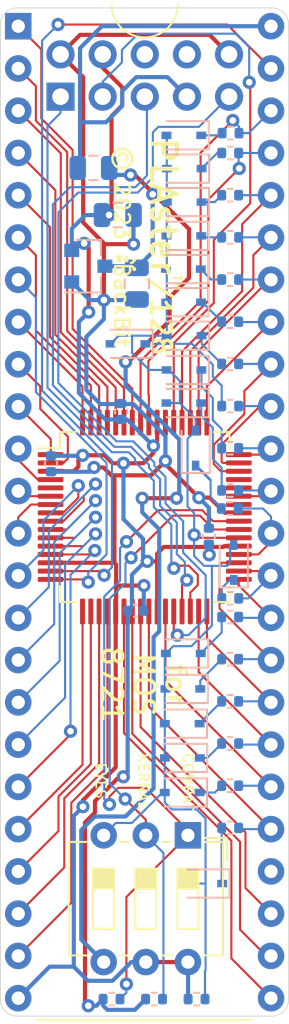
<source format=kicad_pcb>
(kicad_pcb (version 20221018) (generator pcbnew)
  (layers (0 "F.Cu" signal) (31 "B.Cu" signal) (34 "B.Paste" user) (35 "F.Paste" user) (36 "B.SilkS" user "B.Silkscreen") (37 "F.SilkS" user "F.Silkscreen") (38 "B.Mask" user) (39 "F.Mask" user) (44 "Edge.Cuts" user))
  (net 0 "")
  (net 1 "+3V3")
  (net 2 "GND")
  (net 3 "+5V")
  (net 4 "TDI")
  (net 5 "TMS")
  (net 6 "TDO")
  (net 7 "TCK")
  (net 8 "CLK")
  (net 9 "HIRAM")
  (net 10 "CHAROM")
  (net 11 "LORAM")
  (net 12 "COLRAM")
  (net 13 "BA")
  (net 14 "GWE")
  (net 15 "VMA5")
  (net 16 "IOACC")
  (net 17 "VMA4")
  (net 18 "VIC")
  (net 19 "ROML")
  (net 20 "CASENB")
  (net 21 "ROMH")
  (net 22 "DWE")
  (net 23 "IOSE")
  (net 24 "DIR")
  (net 25 "64_128")
  (net 26 "IOCS")
  (net 27 "Z80IO")
  (net 28 "ROM1")
  (net 29 "Z80EN")
  (net 30 "ROM2")
  (net 31 "XROM")
  (net 32 "ROM3")
  (net 33 "GAME")
  (net 34 "ROM4")
  (net 35 "RW")
  (net 36 "FROM")
  (net 37 "AEC")
  (net 38 "CLRBNK")
  (net 39 "DMAACK")
  (net 40 "VICFIX")
  (net 41 "A10")
  (net 42 "SDEN")
  (net 43 "A11")
  (net 44 "A12")
  (net 45 "128_256")
  (net 46 "A13")
  (net 47 "VA14")
  (net 48 "A14")
  (net 49 "CHAREN")
  (net 50 "A15")
  (net 51 "KERNAL_OVERRIDE")
  (net 52 "PRIVATE_EYES")
  (net 53 "SLOW_EXP")
  (net 54 "RBLO")
  (net 55 "RBHI")
  (net 56 "Net-(D1-Pad1)")
  (net 57 "Net-(D2-Pad1)")
  (net 58 "Net-(D3-Pad1)")
  (net 59 "Net-(D4-Pad1)")
  (net 60 "Net-(D5-Pad1)")
  (net 61 "Net-(D6-Pad1)")
  (net 62 "Net-(D7-Pad1)")
  (net 63 "Net-(D8-Pad1)")
  (net 64 "Net-(D9-Pad1)")
  (net 65 "Net-(D10-Pad1)")
  (net 66 "Net-(D11-Pad1)")
  (net 67 "Net-(D12-Pad1)")
  (net 68 "Net-(D13-Pad1)")
  (net 69 "Net-(D14-Pad1)")
  (net 70 "Net-(D15-Pad1)")
  (net 71 "Net-(D16-Pad1)")
  (net 72 "Net-(D17-Pad1)")
  (net 73 "Net-(D18-Pad1)")
  (net 74 "VCC")
  (footprint "Package_QFP:LQFP-64_10x10mm_P0.5mm" (layer "F.Cu") (at 101.85 81.6)
    (fp_text reference "U2" hide)
    (fp_text value "XC9572XL-VQ64" hide)
  )
  (footprint "Connector_PinHeader_2.54mm:PinHeader_2x05_P2.54mm_Vertical" (layer "F.Cu") (at 96.775 56.335 90)
    (fp_text reference "J1" hide)
    (fp_text value "AVR-JTAG-10" hide)
  )
  (footprint "Button_Switch_THT:SW_DIP_SPSTx03_Slide_6.7x9.18mm_W7.62mm_P2.54mm_LowProfile" (layer "F.Cu") (at 104.455 100.73 -90)
    (fp_text reference "SW1" hide)
    (fp_text value "SW_DIP_x03" hide)
  )
  (footprint "Package_DIP:DIP-48_W15.24mm" (layer "F.Cu") (at 94.225 52.1)
    (fp_text reference "J2" hide)
    (fp_text value "Conn_02x24_Counter_Clockwise" hide)
  )
  (footprint "Capacitor_SMD:C_0402_1005Metric" (layer "B.Cu") (at 100.43 75.26 -90)
    (fp_text reference "C1" hide)
    (fp_text value "100nF" hide)
  )
  (footprint "Capacitor_SMD:C_0402_1005Metric" (layer "B.Cu") (at 105.72 82.75 -90)
    (fp_text reference "C3" hide)
    (fp_text value "100nF" hide)
  )
  (footprint "Capacitor_SMD:C_0402_1005Metric" (layer "B.Cu") (at 101.3 87.23 180)
    (fp_text reference "C4" hide)
    (fp_text value "100nF" hide)
  )
  (footprint "Capacitor_SMD:C_0805_2012Metric" (layer "B.Cu") (at 101.375 67.575 -90)
    (fp_text reference "C5" hide)
    (fp_text value "1uF")
  )
  (footprint "Capacitor_SMD:C_0805_2012Metric" (layer "B.Cu") (at 100.225 63.45)
    (fp_text reference "C6" hide)
    (fp_text value "1uF")
  )
  (footprint "Resistor_SMD:R_0402_1005Metric" (layer "B.Cu") (at 102.4125 110.575 180)
    (fp_text reference "R1" hide)
    (fp_text value "10K" hide)
  )
  (footprint "Resistor_SMD:R_0402_1005Metric" (layer "B.Cu") (at 104.975 110.575 180)
    (fp_text reference "R2" hide)
    (fp_text value "10K" hide)
  )
  (footprint "Resistor_SMD:R_0402_1005Metric" (layer "B.Cu") (at 99.85 110.575 180)
    (fp_text reference "R3" hide)
    (fp_text value "10K" hide)
  )
  (footprint "Resistor_SMD:R_0402_1005Metric" (layer "B.Cu") (at 107 100.285)
    (fp_text reference "R4" hide)
    (fp_text value "3.3K" hide)
  )
  (footprint "Resistor_SMD:R_0402_1005Metric" (layer "B.Cu") (at 107 97.749704)
    (fp_text reference "R5" hide)
    (fp_text value "3.3K" hide)
  )
  (footprint "Resistor_SMD:R_0402_1005Metric" (layer "B.Cu") (at 107 92.679116)
    (fp_text reference "R7" hide)
    (fp_text value "3.3K" hide)
  )
  (footprint "Resistor_SMD:R_0402_1005Metric" (layer "B.Cu") (at 107 90.143822)
    (fp_text reference "R8" hide)
    (fp_text value "3.3K" hide)
  )
  (footprint "Resistor_SMD:R_0402_1005Metric" (layer "B.Cu") (at 107 87.608528)
    (fp_text reference "R9" hide)
    (fp_text value "3.3K" hide)
  )
  (footprint "Resistor_SMD:R_0402_1005Metric" (layer "B.Cu") (at 107.01 86.49)
    (fp_text reference "R10" hide)
    (fp_text value "3.3K" hide)
  )
  (footprint "Resistor_SMD:R_0402_1005Metric" (layer "B.Cu") (at 106.98 81.09)
    (fp_text reference "R11" hide)
    (fp_text value "3.3K" hide)
  )
  (footprint "Resistor_SMD:R_0402_1005Metric" (layer "B.Cu") (at 107 80.002646)
    (fp_text reference "R12" hide)
    (fp_text value "3.3K" hide)
  )
  (footprint "Resistor_SMD:R_0402_1005Metric" (layer "B.Cu") (at 107 77.467352)
    (fp_text reference "R13" hide)
    (fp_text value "3.3K" hide)
  )
  (footprint "Resistor_SMD:R_0402_1005Metric" (layer "B.Cu") (at 107 74.932058)
    (fp_text reference "R14" hide)
    (fp_text value "3.3K" hide)
  )
  (footprint "Resistor_SMD:R_0402_1005Metric" (layer "B.Cu") (at 107 72.396764)
    (fp_text reference "R15" hide)
    (fp_text value "3.3K" hide)
  )
  (footprint "Resistor_SMD:R_0402_1005Metric" (layer "B.Cu") (at 107 69.86147)
    (fp_text reference "R16" hide)
    (fp_text value "3.3K" hide)
  )
  (footprint "Resistor_SMD:R_0402_1005Metric" (layer "B.Cu") (at 107 67.326176)
    (fp_text reference "R17" hide)
    (fp_text value "3.3K" hide)
  )
  (footprint "Resistor_SMD:R_0402_1005Metric" (layer "B.Cu") (at 107 64.790882)
    (fp_text reference "R18" hide)
    (fp_text value "3.3K" hide)
  )
  (footprint "Resistor_SMD:R_0402_1005Metric" (layer "B.Cu") (at 107 62.255588)
    (fp_text reference "R19" hide)
    (fp_text value "3.3K" hide)
  )
  (footprint "Resistor_SMD:R_0402_1005Metric" (layer "B.Cu") (at 107 59.720294)
    (fp_text reference "R20" hide)
    (fp_text value "3.3K" hide)
  )
  (footprint "Resistor_SMD:R_0402_1005Metric" (layer "B.Cu") (at 107.025 58.525)
    (fp_text reference "R21" hide)
    (fp_text value "3.3K" hide)
  )
  (footprint "Capacitor_SMD:C_0805_2012Metric" (layer "B.Cu") (at 98.76 60.62 180)
    (fp_text reference "FB1" hide)
    (fp_text value "Ferrite_Bead_Small" hide)
  )
  (footprint "Resistor_SMD:R_0402_1005Metric" (layer "B.Cu") (at 107 95.21441)
    (fp_text reference "R6" hide)
    (fp_text value "3.3K" hide)
  )
  (footprint "Capacitor_SMD:C_0402_1005Metric" (layer "B.Cu") (at 96.2 78.4 90)
    (fp_text reference "C2" hide)
    (fp_text value "100nF" hide)
  )
  (footprint "Diode_SMD:D_SOD-323" (layer "B.Cu") (at 104.18 89.8 180)
    (fp_text reference "D6" hide)
    (fp_text value "1N4148WS" hide)
  )
  (footprint "Diode_SMD:D_SOD-323" (layer "B.Cu") (at 107.22 84.33 90)
    (fp_text reference "D7" hide)
    (fp_text value "1N4148WS" hide)
  )
  (footprint "Diode_SMD:D_SOD-323" (layer "B.Cu") (at 104.92 77.46 90)
    (fp_text reference "D8" hide)
    (fp_text value "1N4148WS" hide)
  )
  (footprint "Diode_SMD:D_SOD-323" (layer "B.Cu") (at 104.21 74.75 180)
    (fp_text reference "D9" hide)
    (fp_text value "1N4148WS" hide)
  )
  (footprint "Diode_SMD:D_SOD-323" (layer "B.Cu") (at 104.22 72.76 180)
    (fp_text reference "D10" hide)
    (fp_text value "1N4148WS" hide)
  )
  (footprint "Diode_SMD:D_SOD-323" (layer "B.Cu") (at 100.84 71.19 180)
    (fp_text reference "D11" hide)
    (fp_text value "1N4148WS" hide)
  )
  (footprint "Diode_SMD:D_SOD-323" (layer "B.Cu") (at 104.23 70.7 180)
    (fp_text reference "D12" hide)
    (fp_text value "1N4148WS" hide)
  )
  (footprint "Diode_SMD:D_SOD-323" (layer "B.Cu") (at 104.18 66.7 180)
    (fp_text reference "D14" hide)
    (fp_text value "1N4148WS" hide)
  )
  (footprint "Diode_SMD:D_SOD-323" (layer "B.Cu") (at 104.21 64.7 180)
    (fp_text reference "D15" hide)
    (fp_text value "1N4148WS" hide)
  )
  (footprint "Diode_SMD:D_SOD-323" (layer "B.Cu") (at 104.23 62.67 180)
    (fp_text reference "D16" hide)
    (fp_text value "1N4148WS" hide)
  )
  (footprint "Diode_SMD:D_SOD-323" (layer "B.Cu") (at 104.23 60.66 180)
    (fp_text reference "D17" hide)
    (fp_text value "1N4148WS" hide)
  )
  (footprint "Diode_SMD:D_SOD-323" (layer "B.Cu") (at 104.21 58.66 180)
    (fp_text reference "D18" hide)
    (fp_text value "1N4148WS" hide)
  )
  (footprint "Diode_SMD:D_SOD-323" (layer "B.Cu") (at 105.47 103.63 180)
    (fp_text reference "D1" hide)
    (fp_text value "1N4148WS" hide)
  )
  (footprint "Diode_SMD:D_SOD-323" (layer "B.Cu") (at 104.15 91.93 180)
    (fp_text reference "D5" hide)
    (fp_text value "1N4148WS" hide)
  )
  (footprint "Diode_SMD:D_SOD-323" (layer "B.Cu") (at 104.11 94.02 180)
    (fp_text reference "D4" hide)
    (fp_text value "1N4148WS" hide)
  )
  (footprint "Diode_SMD:D_SOD-323" (layer "B.Cu") (at 104.12 96.08 180)
    (fp_text reference "D3" hide)
    (fp_text value "1N4148WS" hide)
  )
  (footprint "Diode_SMD:D_SOD-323" (layer "B.Cu") (at 104.11 98.16 180)
    (fp_text reference "D2" hide)
    (fp_text value "1N4148WS" hide)
  )
  (footprint "Diode_SMD:D_SOD-323" (layer "B.Cu") (at 104.2 68.69 180)
    (fp_text reference "D13" hide)
    (fp_text value "1N4148WS" hide)
  )
  (footprint "Package_TO_SOT_SMD:SOT-23" (layer "B.Cu") (at 98.45 66.525)
    (fp_text reference "U1" hide)
    (fp_text value "XC6206")
  )
  (gr_poly (pts (xy 100.466829 66.280527) (xy 100.141829 66.280527) (xy 100.141829 65.955527) (xy 100.466829 65.955527)) (fill solid) (layer "F.SilkS"))
  (gr_poly (pts (xy 100.866829 66.280527) (xy 100.616829 66.280527) (xy 100.616829 66.005527) (xy 100.866829 66.005527)) (fill solid) (layer "F.SilkS"))
  (gr_arc (start 101.199965 66.174469) (mid 101.143558 66.284108) (end 101.028391 66.328143) (stroke (width 0.15)) (layer "F.SilkS"))
  (gr_circle (center 100.303829 65.980527) (end 100.303829 66.070527) (stroke (width 0.15)) (fill none) (layer "F.SilkS"))
  (gr_circle (center 101.216829 66.130527) (end 101.216829 66.205527) (stroke (width 0.1)) (fill none) (layer "F.SilkS"))
  (gr_circle (center 100.741829 66.030527) (end 100.741829 66.107527) (stroke (width 0.1)) (fill none) (layer "F.SilkS"))
  (gr_circle (center 101.219602 66.696687) (end 101.219602 66.771687) (stroke (width 0.1)) (fill none) (layer "F.SilkS"))
  (gr_arc (start 101.041508 66.529178) (mid 101.151147 66.585585) (end 101.195182 66.700752) (stroke (width 0.15)) (layer "F.SilkS"))
  (gr_arc (start 93.15 52) (mid 93.442893 51.292893) (end 94.15 51) (stroke (width 0.05)) (layer "Edge.Cuts"))
  (gr_line (start 93.15 110.6) (end 93.15 52) (stroke (width 0.05)) (layer "Edge.Cuts"))
  (gr_arc (start 109.525 51) (mid 110.232107 51.292893) (end 110.525 52) (stroke (width 0.05)) (layer "Edge.Cuts"))
  (gr_arc (start 110.525 110.6) (mid 110.232107 111.307107) (end 109.525 111.6) (stroke (width 0.05)) (layer "Edge.Cuts"))
  (gr_arc (start 94.15 111.6) (mid 93.442893 111.307107) (end 93.15 110.6) (stroke (width 0.05)) (layer "Edge.Cuts"))
  (gr_line (start 110.525 52) (end 110.525 110.6) (stroke (width 0.05)) (layer "Edge.Cuts"))
  (gr_line (start 109.525 111.6) (end 94.15 111.6) (stroke (width 0.05)) (layer "Edge.Cuts"))
  (gr_line (start 94.15 51) (end 109.525 51) (stroke (width 0.05)) (layer "Edge.Cuts"))
  (gr_text "PLAster" (at 102.975 62.95 270) (layer "F.SilkS") (effects (font (size 1.5 1.5) (thickness 0.25))))
  (gr_text "TM" (at 103.8 67.525 270) (layer "F.SilkS") (effects (font (size 0.5 0.5) (thickness 0.125))))
  (gr_text "/128" (at 102.825 69.55 -90) (layer "F.SilkS") (effects (font (size 1.2 1.2) (thickness 0.2))))
  (gr_text "for\nMOS\n8721" (at 101.8 91.675 -90) (layer "F.SilkS") (effects (font (size 1.2 1.2) (thickness 0.2))))
  (gr_text "© 2023  BackBit" (at 100.475 65.325 270) (layer "F.SilkS") (effects (font (size 0.9 0.9))))
  (gr_text "COMPAT" (at 104.45 97.525 -90) (layer "F.SilkS") (effects (font (size 0.6 0.6) (thickness 0.1))))
  (gr_text "KERNAL" (at 101.775 97.475 -90) (layer "F.SilkS") (effects (font (size 0.6 0.6) (thickness 0.1))))
  (gr_text "EYES" (at 99.2 97.45 -90) (layer "F.SilkS") (effects (font (size 0.6 0.6) (thickness 0.1))))
  (segment (start 100.57 78.37) (end 101.76 78.37) (width 0.25) (layer "F.Cu") (net 1))
  (segment (start 101.76 78.37) (end 102.115 78.015) (width 0.25) (layer "F.Cu") (net 1))
  (segment (start 100.314627 97.212371) (end 98.850917 98.676081) (width 0.25) (layer "F.Cu") (net 1))
  (segment (start 99.85 61.05) (end 99.85 63.3) (width 0.25) (layer "F.Cu") (net 1))
  (segment (start 105.74 83.87) (end 105.76 83.85) (width 0.25) (layer "F.Cu") (net 1))
  (segment (start 102.595179 84.264821) (end 102.6 84.26) (width 0.25) (layer "F.Cu") (net 1))
  (segment (start 102.6 87.275) (end 102.6 86.21) (width 0.25) (layer "F.Cu") (net 1))
  (segment (start 97.85201 78.57299) (end 97.85201 77.881462) (width 0.25) (layer "F.Cu") (net 1))
  (segment (start 100.562371 97.212371) (end 100.314627 97.212371) (width 0.25) (layer "F.Cu") (net 1))
  (segment (start 98.249999 110.774999) (end 98.45 110.975) (width 0.25) (layer "F.Cu") (net 1))
  (segment (start 99.315 54.595998) (end 100.5 55.780998) (width 0.25) (layer "F.Cu") (net 1))
  (segment (start 102.6 85.39) (end 102.6 84.26) (width 0.25) (layer "F.Cu") (net 1))
  (segment (start 105.76 83.85) (end 105.76 83.4) (width 0.25) (layer "F.Cu") (net 1))
  (segment (start 100.57 78.37) (end 99.91 78.37) (width 0.25) (layer "F.Cu") (net 1))
  (segment (start 99.85 57.5) (end 100.5 56.85) (width 0.25) (layer "F.Cu") (net 1))
  (segment (start 98.108806 77.890692) (end 98.909308 77.890692) (width 0.25) (layer "F.Cu") (net 1))
  (segment (start 99.85 63.3) (end 99.7 63.45) (width 0.25) (layer "F.Cu") (net 1))
  (segment (start 98.850917 98.676081) (end 98.850917 99.360417) (width 0.25) (layer "F.Cu") (net 1))
  (segment (start 102.6 77.104765) (end 102.375 77.329765) (width 0.25) (layer "F.Cu") (net 1))
  (segment (start 104.11 83.4) (end 105.76 83.4) (width 0.25) (layer "F.Cu") (net 1))
  (segment (start 102.6 83.8) (end 103 83.4) (width 0.25) (layer "F.Cu") (net 1))
  (segment (start 106.64 83.35) (end 107.525 83.35) (width 0.25) (layer "F.Cu") (net 1))
  (segment (start 102.6 86.21) (end 102.6 85.39) (width 0.25) (layer "F.Cu") (net 1))
  (segment (start 102.6 75.925) (end 102.6 77.104765) (width 0.25) (layer "F.Cu") (net 1))
  (segment (start 99.91 78.37) (end 99.430692 77.890692) (width 0.25) (layer "F.Cu") (net 1))
  (segment (start 98.469852 65.419852) (end 98.2 65.15) (width 0.25) (layer "F.Cu") (net 1))
  (segment (start 102.001385 84.264821) (end 102.595179 84.264821) (width 0.25) (layer "F.Cu") (net 1))
  (segment (start 97.575 78.85) (end 97.85201 78.57299) (width 0.25) (layer "F.Cu") (net 1))
  (segment (start 98.469852 69.282067) (end 98.469852 65.419852) (width 0.25) (layer "F.Cu") (net 1))
  (segment (start 102.375 77.755) (end 102.115 78.015) (width 0.25) (layer "F.Cu") (net 1))
  (segment (start 104.11 83.4) (end 103 83.4) (width 0.25) (layer "F.Cu") (net 1))
  (segment (start 99.430692 77.890692) (end 98.909308 77.890692) (width 0.25) (layer "F.Cu") (net 1))
  (segment (start 96.1875 78.85) (end 97.575 78.85) (width 0.25) (layer "F.Cu") (net 1))
  (segment (start 99.85 61.05) (end 99.85 57.5) (width 0.25) (layer "F.Cu") (net 1))
  (segment (start 98.249999 99.961335) (end 98.249999 110.774999) (width 0.25) (layer "F.Cu") (net 1))
  (segment (start 105.76 83.4) (end 106.59 83.4) (width 0.25) (layer "F.Cu") (net 1))
  (segment (start 102.375 77.329765) (end 102.375 77.755) (width 0.25) (layer "F.Cu") (net 1))
  (segment (start 101.118979 78.37) (end 100.57 78.37) (width 0.25) (layer "F.Cu") (net 1))
  (segment (start 99.315 53.795) (end 99.315 54.595998) (width 0.25) (layer "F.Cu") (net 1))
  (segment (start 106.59 83.4) (end 106.64 83.35) (width 0.25) (layer "F.Cu") (net 1))
  (segment (start 100.5 55.780998) (end 100.5 56.85) (width 0.25) (layer "F.Cu") (net 1))
  (segment (start 102.6 84.26) (end 102.6 83.8) (width 0.25) (layer "F.Cu") (net 1))
  (segment (start 98.850917 99.360417) (end 98.249999 99.961335) (width 0.25) (layer "F.Cu") (net 1))
  (segment (start 101.118979 78.37) (end 101.76 78.37) (width 0.25) (layer "F.Cu") (net 1))
  (via (at 98.2 65.15) (size 0.8) (drill 0.4) (layers "F.Cu" "B.Cu") (net 1))
  (via (at 100.57 78.37) (size 0.8) (drill 0.4) (layers "F.Cu" "B.Cu") (net 1))
  (via (at 98.469852 69.282067) (size 0.8) (drill 0.4) (layers "F.Cu" "B.Cu") (net 1))
  (via (at 102.001385 84.264821) (size 0.8) (drill 0.4) (layers "F.Cu" "B.Cu") (net 1))
  (via (at 102.375 77.329765) (size 0.8) (drill 0.4) (layers "F.Cu" "B.Cu") (net 1))
  (via (at 100.562371 97.212371) (size 0.8) (drill 0.4) (layers "F.Cu" "B.Cu") (net 1))
  (via (at 99.7 63.45) (size 0.8) (drill 0.4) (layers "F.Cu" "B.Cu") (net 1))
  (via (at 98.45 110.975) (size 0.8) (drill 0.4) (layers "F.Cu" "B.Cu") (net 1))
  (via (at 98.108806 77.890692) (size 0.8) (drill 0.4) (layers "F.Cu" "B.Cu") (net 1))
  (via (at 105.74 83.87) (size 0.8) (drill 0.4) (layers "F.Cu" "B.Cu") (net 1))
  (segment (start 101.75087 84.014306) (end 101.75087 83.86087) (width 0.25) (layer "B.Cu") (net 1))
  (segment (start 100.43 75.74) (end 99.47359 75.74) (width 0.25) (layer "B.Cu") (net 1))
  (segment (start 101.915 110.5625) (end 101.9025 110.575) (width 0.127) (layer "B.Cu") (net 1))
  (segment (start 97.45 65.125) (end 97.45 64.275) (width 0.25) (layer "B.Cu") (net 1))
  (segment (start 101.077886 85.065868) (end 101.75087 84.392884) (width 0.25) (layer "B.Cu") (net 1))
  (segment (start 96.2 77.92) (end 97.813472 77.92) (width 0.25) (layer "B.Cu") (net 1))
  (segment (start 100.43 75.74) (end 100.785235 75.74) (width 0.25) (layer "B.Cu") (net 1))
  (segment (start 97.45 64.275) (end 98.275 63.45) (width 0.25) (layer "B.Cu") (net 1))
  (segment (start 97.813472 77.92) (end 97.85201 77.881462) (width 0.25) (layer "B.Cu") (net 1))
  (segment (start 101.077886 85.152114) (end 101.077886 85.065868) (width 0.25) (layer "B.Cu") (net 1))
  (segment (start 101.75087 83.35087) (end 101.75087 82.91087) (width 0.25) (layer "B.Cu") (net 1))
  (segment (start 98.45 110.975) (end 98.94 110.975) (width 0.25) (layer "B.Cu") (net 1))
  (segment (start 101.75087 83.86087) (end 101.75087 83.35087) (width 0.25) (layer "B.Cu") (net 1))
  (segment (start 98.275 63.45) (end 98.75 63.45) (width 0.25) (layer "B.Cu") (net 1))
  (segment (start 101.75087 82.91087) (end 100.57 81.73) (width 0.25) (layer "B.Cu") (net 1))
  (segment (start 101.9025 110.575) (end 101.25749 111.22001) (width 0.25) (layer "B.Cu") (net 1))
  (segment (start 101.077886 86.972114) (end 100.82 87.23) (width 0.25) (layer "B.Cu") (net 1))
  (segment (start 100.57 81.73) (end 100.57 78.37) (width 0.25) (layer "B.Cu") (net 1))
  (segment (start 100.82 96.954742) (end 100.562371 97.212371) (width 0.25) (layer "B.Cu") (net 1))
  (segment (start 105.72 83.85) (end 105.74 83.87) (width 0.25) (layer "B.Cu") (net 1))
  (segment (start 98.94 110.975) (end 99.34 110.575) (width 0.25) (layer "B.Cu") (net 1))
  (segment (start 100.82 95.33) (end 100.82 96.954742) (width 0.25) (layer "B.Cu") (net 1))
  (segment (start 97.87999 69.871929) (end 98.469852 69.282067) (width 0.25) (layer "B.Cu") (net 1))
  (segment (start 100.82 87.23) (end 100.82 95.33) (width 0.25) (layer "B.Cu") (net 1))
  (segment (start 99.596501 111.22001) (end 99.34 110.963509) (width 0.25) (layer "B.Cu") (net 1))
  (segment (start 102.001385 84.264821) (end 101.75087 84.014306) (width 0.25) (layer "B.Cu") (net 1))
  (segment (start 97.475 65.15) (end 97.45 65.125) (width 0.25) (layer "B.Cu") (net 1))
  (segment (start 98.079498 77.92) (end 98.108806 77.890692) (width 0.25) (layer "B.Cu") (net 1))
  (segment (start 100.785235 75.74) (end 102.375 77.329765) (width 0.25) (layer "B.Cu") (net 1))
  (segment (start 101.25749 111.22001) (end 99.596501 111.22001) (width 0.25) (layer "B.Cu") (net 1))
  (segment (start 97.45 65.575) (end 97.45 65.125) (width 0.25) (layer "B.Cu") (net 1))
  (segment (start 98.2 65.15) (end 97.475 65.15) (width 0.25) (layer "B.Cu") (net 1))
  (segment (start 98.75 63.45) (end 99.7 63.45) (width 0.25) (layer "B.Cu") (net 1))
  (segment (start 96.2 77.92) (end 98.079498 77.92) (width 0.25) (layer "B.Cu") (net 1))
  (segment (start 97.87999 74.1464) (end 97.87999 69.871929) (width 0.25) (layer "B.Cu") (net 1))
  (segment (start 99.34 110.575) (end 99.34 110.963509) (width 0.25) (layer "B.Cu") (net 1))
  (segment (start 101.077886 85.467886) (end 101.077886 86.972114) (width 0.25) (layer "B.Cu") (net 1))
  (segment (start 101.75087 84.392884) (end 101.75087 83.86087) (width 0.25) (layer "B.Cu") (net 1))
  (segment (start 101.077886 85.152114) (end 101.077886 85.467886) (width 0.25) (layer "B.Cu") (net 1))
  (segment (start 105.72 83.23) (end 105.72 83.85) (width 0.25) (layer "B.Cu") (net 1))
  (segment (start 99.47359 75.74) (end 97.87999 74.1464) (width 0.25) (layer "B.Cu") (net 1))
  (segment (start 99.524718 97.224718) (end 100.1 96.649436) (width 0.25) (layer "F.Cu") (net 2))
  (segment (start 100.1 96.649436) (end 100.1 87.275) (width 0.25) (layer "F.Cu") (net 2))
  (segment (start 103.1 78.23) (end 102.234999 79.095001) (width 0.25) (layer "F.Cu") (net 2))
  (segment (start 103.1 78.42) (end 103.1 78.23) (width 0.25) (layer "F.Cu") (net 2))
  (segment (start 99.39 68.56) (end 99.39 65.285) (width 0.25) (layer "F.Cu") (net 2))
  (segment (start 99.358337 78.620321) (end 99.674008 78.935992) (width 0.25) (layer "F.Cu") (net 2))
  (segment (start 102.234999 79.095001) (end 99.833017 79.095001) (width 0.25) (layer "F.Cu") (net 2))
  (segment (start 98.139999 63.899999) (end 98.139999 55.159999) (width 0.25) (layer "F.Cu") (net 2))
  (segment (start 100.22 85.72) (end 100.12499 85.62499) (width 0.25) (layer "F.Cu") (net 2))
  (segment (start 96.1875 84.35) (end 99.45 84.35) (width 0.25) (layer "F.Cu") (net 2))
  (segment (start 100.025 79.286984) (end 100.025 80.005) (width 0.25) (layer "F.Cu") (net 2))
  (segment (start 100.12499 84.82499) (end 100.12499 84.44999) (width 0.25) (layer "F.Cu") (net 2))
  (segment (start 107.525 81.35) (end 106.684298 81.35) (width 0.25) (layer "F.Cu") (net 2))
  (segment (start 103.1 75.925) (end 103.1 78.23) (width 0.25) (layer "F.Cu") (net 2))
  (segment (start 99.475 65.2) (end 99.39 65.285) (width 0.25) (layer "F.Cu") (net 2))
  (segment (start 101.915 108.35) (end 104.455 108.35) (width 0.25) (layer "F.Cu") (net 2))
  (segment (start 98.792652 78.620321) (end 99.358337 78.620321) (width 0.25) (layer "F.Cu") (net 2))
  (segment (start 100.025 82.5) (end 100.025 80.435) (width 0.25) (layer "F.Cu") (net 2))
  (segment (start 107.5125 81.3625) (end 107.50001 81.37499) (width 0.25) (layer "F.Cu") (net 2))
  (segment (start 98.125916 98.62352) (end 98.125916 99.012416) (width 0.25) (layer "F.Cu") (net 2))
  (segment (start 100.12499 85.62499) (end 100.12499 87.20001) (width 0.25) (layer "F.Cu") (net 2))
  (segment (start 100.12499 87.20001) (end 100.1 87.225) (width 0.25) (layer "F.Cu") (net 2))
  (segment (start 105.769298 80.435) (end 105.115 80.435) (width 0.25) (layer "F.Cu") (net 2))
  (segment (start 101.802887 85.72) (end 100.22 85.72) (width 0.25) (layer "F.Cu") (net 2))
  (segment (start 98.139999 55.159999) (end 96.775 53.795) (width 0.25) (layer "F.Cu") (net 2))
  (segment (start 99.39 65.15) (end 98.139999 63.899999) (width 0.25) (layer "F.Cu") (net 2))
  (segment (start 99.8 84.35) (end 100.025 84.35) (width 0.25) (layer "F.Cu") (net 2))
  (segment (start 97.950001 52.619999) (end 96.775 53.795) (width 0.25) (layer "F.Cu") (net 2))
  (segment (start 99.39 65.285) (end 99.39 65.15) (width 0.25) (layer "F.Cu") (net 2))
  (segment (start 100.12499 85.62499) (end 100.12499 84.95001) (width 0.25) (layer "F.Cu") (net 2))
  (segment (start 99.833017 79.095001) (end 99.674008 78.935992) (width 0.25) (layer "F.Cu") (net 2))
  (segment (start 100.025 80.435) (end 100.025 80.005) (width 0.25) (layer "F.Cu") (net 2))
  (segment (start 105.759999 52.619999) (end 97.950001 52.619999) (width 0.25) (layer "F.Cu") (net 2))
  (segment (start 105.115 80.435) (end 103.1 78.42) (width 0.25) (layer "F.Cu") (net 2))
  (segment (start 100.025 84.35) (end 100.025 82.5) (width 0.25) (layer "F.Cu") (net 2))
  (segment (start 106.935 53.795) (end 105.759999 52.619999) (width 0.25) (layer "F.Cu") (net 2))
  (segment (start 99.45 84.35) (end 99.8 84.35) (width 0.25) (layer "F.Cu") (net 2))
  (segment (start 106.684298 81.35) (end 105.769298 80.435) (width 0.25) (layer "F.Cu") (net 2))
  (segment (start 100.12499 84.44999) (end 100.025 84.35) (width 0.25) (layer "F.Cu") (net 2))
  (segment (start 107.5125 81.35) (end 107.5125 81.3625) (width 0.25) (layer "F.Cu") (net 2))
  (segment (start 100.12499 84.95001) (end 100.12499 84.82499) (width 0.25) (layer "F.Cu") (net 2))
  (segment (start 99.674008 78.935992) (end 100.025 79.286984) (width 0.25) (layer "F.Cu") (net 2))
  (segment (start 101.175 65.2) (end 99.475 65.2) (width 0.25) (layer "F.Cu") (net 2))
  (segment (start 99.524718 97.224718) (end 98.125916 98.62352) (width 0.25) (layer "F.Cu") (net 2))
  (via (at 101.802887 85.72) (size 0.8) (drill 0.4) (layers "F.Cu" "B.Cu") (net 2))
  (via (at 99.39 68.56) (size 0.8) (drill 0.4) (layers "F.Cu" "B.Cu") (net 2))
  (via (at 101.175 65.2) (size 0.8) (drill 0.4) (layers "F.Cu" "B.Cu") (net 2))
  (via (at 105.115 80.435) (size 0.8) (drill 0.4) (layers "F.Cu" "B.Cu") (net 2))
  (via (at 98.125916 99.012416) (size 0.8) (drill 0.4) (layers "F.Cu" "B.Cu") (net 2))
  (via (at 103.1 78.23) (size 0.8) (drill 0.4) (layers "F.Cu" "B.Cu") (net 2))
  (via (at 98.792652 78.620321) (size 0.8) (drill 0.4) (layers "F.Cu" "B.Cu") (net 2))
  (segment (start 97.575 108.625) (end 96.12 108.625) (width 0.25) (layer "B.Cu") (net 2))
  (segment (start 98.33 73.96) (end 99.18 74.81) (width 0.25) (layer "B.Cu") (net 2))
  (segment (start 101.175 63.45) (end 101.175 65.2) (width 0.25) (layer "B.Cu") (net 2))
  (segment (start 96.2 78.88) (end 98.532973 78.88) (width 0.25) (layer "B.Cu") (net 2))
  (segment (start 97.575 99.563332) (end 98.125916 99.012416) (width 0.25) (layer "B.Cu") (net 2))
  (segment (start 99.39 68.56) (end 99.39 69.71) (width 0.25) (layer "B.Cu") (net 2))
  (segment (start 99.39 68.56) (end 98.535 68.56) (width 0.25) (layer "B.Cu") (net 2))
  (segment (start 103.1 78.23) (end 103.1 76.74) (width 0.25) (layer "B.Cu") (net 2))
  (segment (start 99.39 68.56) (end 101.34 68.56) (width 0.25) (layer "B.Cu") (net 2))
  (segment (start 96.12 108.625) (end 95.735 109.01) (width 0.25) (layer "B.Cu") (net 2))
  (segment (start 101.040002 108.35) (end 99.915001 109.475001) (width 0.25) (layer "B.Cu") (net 2))
  (segment (start 98.532973 78.88) (end 98.792652 78.620321) (width 0.25) (layer "B.Cu") (net 2))
  (segment (start 98.425001 109.475001) (end 97.575 108.625) (width 0.25) (layer "B.Cu") (net 2))
  (segment (start 98.33 70.77) (end 98.33 73.96) (width 0.25) (layer "B.Cu") (net 2))
  (segment (start 104.455 110.565) (end 104.465 110.575) (width 0.127) (layer "B.Cu") (net 2))
  (segment (start 97.575 108.625) (end 97.575 107.17) (width 0.25) (layer "B.Cu") (net 2))
  (segment (start 99.915001 109.475001) (end 98.425001 109.475001) (width 0.25) (layer "B.Cu") (net 2))
  (segment (start 105.72 81.04) (end 105.115 80.435) (width 0.25) (layer "B.Cu") (net 2))
  (segment (start 94.225 110.52) (end 95.735 109.01) (width 0.25) (layer "B.Cu") (net 2))
  (segment (start 104.465 108.36) (end 104.455 108.35) (width 0.25) (layer "B.Cu") (net 2))
  (segment (start 98.535 68.56) (end 97.45 67.475) (width 0.25) (layer "B.Cu") (net 2))
  (segment (start 97.575 107.17) (end 97.575 101.725) (width 0.25) (layer "B.Cu") (net 2))
  (segment (start 103.1 76.74) (end 101.17 74.81) (width 0.25) (layer "B.Cu") (net 2))
  (segment (start 101.795 85.727887) (end 101.802887 85.72) (width 0.25) (layer "B.Cu") (net 2))
  (segment (start 105.72 82.27) (end 105.72 81.04) (width 0.25) (layer "B.Cu") (net 2))
  (segment (start 101.915 108.35) (end 101.040002 108.35) (width 0.25) (layer "B.Cu") (net 2))
  (segment (start 101.34 68.56) (end 101.375 68.525) (width 0.25) (layer "B.Cu") (net 2))
  (segment (start 101.17 74.81) (end 99.18 74.81) (width 0.25) (layer "B.Cu") (net 2))
  (segment (start 97.575 101.725) (end 97.575 99.563332) (width 0.25) (layer "B.Cu") (net 2))
  (segment (start 99.39 69.71) (end 98.33 70.77) (width 0.25) (layer "B.Cu") (net 2))
  (segment (start 104.465 110.575) (end 104.465 108.36) (width 0.25) (layer "B.Cu") (net 2))
  (segment (start 101.795 87.2) (end 101.795 85.727887) (width 0.25) (layer "B.Cu") (net 2))
  (segment (start 104.52 64.293864) (end 101.267961 61.041825) (width 0.25) (layer "F.Cu") (net 3))
  (segment (start 103.767999 80.470922) (end 101.700922 80.470922) (width 0.25) (layer "F.Cu") (net 3))
  (segment (start 101.267961 61.041825) (end 100.991825 61.041825) (width 0.25) (layer "F.Cu") (net 3))
  (segment (start 103.35 68.4) (end 103.35 69.8) (width 0.25) (layer "F.Cu") (net 3))
  (segment (start 100.697965 72.276296) (end 100.873704 72.276296) (width 0.25) (layer "F.Cu") (net 3))
  (segment (start 104.52 67.23) (end 103.35 68.4) (width 0.25) (layer "F.Cu") (net 3))
  (segment (start 100.991825 61.041825) (end 101.163159 61.041825) (width 0.25) (layer "F.Cu") (net 3))
  (segment (start 101.14 72.01) (end 101.06 72.09) (width 0.25) (layer "F.Cu") (net 3))
  (segment (start 104.52 64.57) (end 104.52 67.23) (width 0.25) (layer "F.Cu") (net 3))
  (segment (start 100.873704 72.276296) (end 101.14 72.01) (width 0.25) (layer "F.Cu") (net 3))
  (segment (start 104.52 64.57) (end 104.52 64.293864) (width 0.25) (layer "F.Cu") (net 3))
  (segment (start 103.35 69.8) (end 101.14 72.01) (width 0.25) (layer "F.Cu") (net 3))
  (via (at 101.700922 80.470922) (size 0.8) (drill 0.4) (layers "F.Cu" "B.Cu") (net 3))
  (via (at 100.697965 72.276296) (size 0.8) (drill 0.4) (layers "F.Cu" "B.Cu") (net 3))
  (via (at 102.328953 62.207619) (size 0.8) (drill 0.4) (layers "F.Cu" "B.Cu") (net 3))
  (via (at 100.991825 61.041825) (size 0.8) (drill 0.4) (layers "F.Cu" "B.Cu") (net 3))
  (via (at 103.767999 80.470922) (size 0.8) (drill 0.4) (layers "F.Cu" "B.Cu") (net 3))
  (segment (start 100.131825 61.041825) (end 99.71 60.62) (width 0.25) (layer "B.Cu") (net 3))
  (segment (start 101.275 66.525) (end 101.375 66.625) (width 0.25) (layer "B.Cu") (net 3))
  (segment (start 99.34 108.385) (end 99.375 108.35) (width 0.127) (layer "B.Cu") (net 3))
  (segment (start 103.93 78.66) (end 103.93 80.308921) (width 0.25) (layer "B.Cu") (net 3))
  (segment (start 99.375 108.35) (end 98.02501 107.00001) (width 0.25) (layer "B.Cu") (net 3))
  (segment (start 102.726386 88.473614) (end 102.726386 82.346386) (width 0.25) (layer "B.Cu") (net 3))
  (segment (start 102.38501 97.91001) (end 102.38501 88.81499) (width 0.25) (layer "B.Cu") (net 3))
  (segment (start 99.45 66.525) (end 101.275 66.525) (width 0.25) (layer "B.Cu") (net 3))
  (segment (start 99.45 66.525) (end 99.45 66.595) (width 0.25) (layer "B.Cu") (net 3))
  (segment (start 103.93 78.66) (end 103.93 80.41) (width 0.25) (layer "B.Cu") (net 3))
  (segment (start 101.375 66.625) (end 102.328953 65.671047) (width 0.25) (layer "B.Cu") (net 3))
  (segment (start 102.726386 82.346386) (end 101.700922 81.320922) (width 0.25) (layer "B.Cu") (net 3))
  (segment (start 100.695019 99.600001) (end 102.38501 97.91001) (width 0.25) (layer "B.Cu") (net 3))
  (segment (start 98.02501 100.414988) (end 98.839997 99.600001) (width 0.25) (layer "B.Cu") (net 3))
  (segment (start 102.38501 88.81499) (end 102.726386 88.473614) (width 0.25) (layer "B.Cu") (net 3))
  (segment (start 100.697965 73.701555) (end 103.93 76.93359) (width 0.25) (layer "B.Cu") (net 3))
  (segment (start 100.697965 72.276296) (end 100.697965 73.701555) (width 0.25) (layer "B.Cu") (net 3))
  (segment (start 98.02501 107.00001) (end 98.02501 100.414988) (width 0.25) (layer "B.Cu") (net 3))
  (segment (start 98.839997 99.600001) (end 100.695019 99.600001) (width 0.25) (layer "B.Cu") (net 3))
  (segment (start 102.328953 65.671047) (end 102.328953 62.207619) (width 0.25) (layer "B.Cu") (net 3))
  (segment (start 100.991825 61.041825) (end 100.131825 61.041825) (width 0.25) (layer "B.Cu") (net 3))
  (segment (start 103.93 76.93359) (end 103.93 78.66) (width 0.25) (layer "B.Cu") (net 3))
  (segment (start 101.700922 81.320922) (end 101.700922 80.470922) (width 0.25) (layer "B.Cu") (net 3))
  (segment (start 103.93 80.308921) (end 103.767999 80.470922) (width 0.25) (layer "B.Cu") (net 3))
  (segment (start 103.6 88.483145) (end 103.816856 88.700001) (width 0.127) (layer "F.Cu") (net 4))
  (segment (start 103.6 87.275) (end 103.6 88.483145) (width 0.127) (layer "F.Cu") (net 4))
  (via (at 103.816856 88.700001) (size 0.8) (drill 0.4) (layers "F.Cu" "B.Cu") (net 4))
  (segment (start 104.166499 81.851404) (end 103.104498 80.789403) (width 0.127) (layer "B.Cu") (net 4))
  (segment (start 100.152479 77.052479) (end 96.642529 73.542529) (width 0.127) (layer "B.Cu") (net 4))
  (segment (start 102.436499 78.516499) (end 102.436499 78.329595) (width 0.127) (layer "B.Cu") (net 4))
  (segment (start 102.436499 78.329595) (end 101.159383 77.052479) (width 0.127) (layer "B.Cu") (net 4))
  (segment (start 102.34 61.185) (end 102.34 58.480698) (width 0.127) (layer "B.Cu") (net 4))
  (segment (start 105.12 58.15) (end 106.935 56.335) (width 0.127) (layer "B.Cu") (net 4))
  (segment (start 103.104498 80.789403) (end 103.104498 79.184498) (width 0.127) (layer "B.Cu") (net 4))
  (segment (start 103.816856 88.700001) (end 104.492989 88.700001) (width 0.127) (layer "B.Cu") (net 4))
  (segment (start 103.104498 79.184498) (end 102.436499 78.516499) (width 0.127) (layer "B.Cu") (net 4))
  (segment (start 101.424501 62.100499) (end 102.34 61.185) (width 0.127) (layer "B.Cu") (net 4))
  (segment (start 101.159383 77.052479) (end 100.152479 77.052479) (width 0.127) (layer "B.Cu") (net 4))
  (segment (start 104.492989 88.700001) (end 105.526495 87.666495) (width 0.127) (layer "B.Cu") (net 4))
  (segment (start 104.166499 83.740942) (end 104.166499 81.851404) (width 0.127) (layer "B.Cu") (net 4))
  (segment (start 96.642529 73.542529) (end 96.642529 63.294931) (width 0.127) (layer "B.Cu") (net 4))
  (segment (start 105.526495 87.666495) (end 105.526495 85.100938) (width 0.127) (layer "B.Cu") (net 4))
  (segment (start 97.836961 62.100499) (end 101.424501 62.100499) (width 0.127) (layer "B.Cu") (net 4))
  (segment (start 102.670698 58.15) (end 105.12 58.15) (width 0.127) (layer "B.Cu") (net 4))
  (segment (start 96.642529 63.294931) (end 97.836961 62.100499) (width 0.127) (layer "B.Cu") (net 4))
  (segment (start 105.526495 85.100938) (end 104.166499 83.740942) (width 0.127) (layer "B.Cu") (net 4))
  (segment (start 102.34 58.480698) (end 102.670698 58.15) (width 0.127) (layer "B.Cu") (net 4))
  (segment (start 104.1 85.677334) (end 104.3865 85.390834) (width 0.127) (layer "F.Cu") (net 5))
  (segment (start 104.1 87.275) (end 104.1 85.677334) (width 0.127) (layer "F.Cu") (net 5))
  (via (at 104.3865 85.390834) (size 0.8) (drill 0.4) (layers "F.Cu" "B.Cu") (net 5))
  (segment (start 101.983501 61.079039) (end 101.983501 56.463501) (width 0.127) (layer "B.Cu") (net 5))
  (segment (start 101.983501 56.463501) (end 101.855 56.335) (width 0.127) (layer "B.Cu") (net 5))
  (segment (start 104.3865 85.390834) (end 104.269999 85.274333) (width 0.127) (layer "B.Cu") (net 5))
  (segment (start 97.351511 61.773489) (end 101.289051 61.773489) (width 0.127) (layer "B.Cu") (net 5))
  (segment (start 100.009489 77.379489) (end 96.315519 73.685519) (width 0.127) (layer "B.Cu") (net 5))
  (segment (start 102.777488 79.319948) (end 102.109489 78.651949) (width 0.127) (layer "B.Cu") (net 5))
  (segment (start 101.289051 61.773489) (end 101.983501 61.079039) (width 0.127) (layer "B.Cu") (net 5))
  (segment (start 102.109489 78.651949) (end 102.109489 78.465046) (width 0.127) (layer "B.Cu") (net 5))
  (segment (start 101.023932 77.379489) (end 100.009489 77.379489) (width 0.127) (layer "B.Cu") (net 5))
  (segment (start 96.315519 73.685519) (end 96.315519 62.809481) (width 0.127) (layer "B.Cu") (net 5))
  (segment (start 103.782636 83.819539) (end 103.782635 81.93) (width 0.127) (layer "B.Cu") (net 5))
  (segment (start 102.777488 80.924854) (end 102.777488 79.319948) (width 0.127) (layer "B.Cu") (net 5))
  (segment (start 96.315519 62.809481) (end 97.351511 61.773489) (width 0.127) (layer "B.Cu") (net 5))
  (segment (start 102.109489 78.465046) (end 101.023932 77.379489) (width 0.127) (layer "B.Cu") (net 5))
  (segment (start 103.782635 81.93) (end 102.777488 80.924854) (width 0.127) (layer "B.Cu") (net 5))
  (segment (start 104.269999 84.306902) (end 103.782636 83.819539) (width 0.127) (layer "B.Cu") (net 5))
  (segment (start 104.269999 85.274333) (end 104.269999 84.306902) (width 0.127) (layer "B.Cu") (net 5))
  (segment (start 106.017008 68.732214) (end 106.017008 64.942992) (width 0.127) (layer "F.Cu") (net 6))
  (segment (start 108.213501 55.533501) (end 108.213501 61.723501) (width 0.127) (layer "F.Cu") (net 6))
  (segment (start 105.659612 69.089612) (end 106.017008 68.732214) (width 0.127) (layer "F.Cu") (net 6))
  (segment (start 103.6 71.149223) (end 105.659612 69.089612) (width 0.127) (layer "F.Cu") (net 6))
  (segment (start 108.213501 62.746499) (end 108.213501 61.723501) (width 0.127) (layer "F.Cu") (net 6))
  (segment (start 103.6 75.925) (end 103.6 71.149223) (width 0.127) (layer "F.Cu") (net 6))
  (segment (start 108.15 55.47) (end 108.213501 55.533501) (width 0.127) (layer "F.Cu") (net 6))
  (segment (start 106.017008 64.942992) (end 108.213501 62.746499) (width 0.127) (layer "F.Cu") (net 6))
  (via (at 108.15 55.47) (size 0.8) (drill 0.4) (layers "F.Cu" "B.Cu") (net 6))
  (segment (start 100.475 54.275) (end 99.315 55.435) (width 0.127) (layer "B.Cu") (net 6))
  (segment (start 107.337982 52.55) (end 101.452018 52.55) (width 0.127) (layer "B.Cu") (net 6))
  (segment (start 99.315 55.435) (end 99.315 56.335) (width 0.127) (layer "B.Cu") (net 6))
  (segment (start 100.475 53.527018) (end 100.475 54.275) (width 0.127) (layer "B.Cu") (net 6))
  (segment (start 108.15 55.47) (end 108.15 53.362018) (width 0.127) (layer "B.Cu") (net 6))
  (segment (start 101.452018 52.55) (end 100.475 53.527018) (width 0.127) (layer "B.Cu") (net 6))
  (segment (start 108.15 53.362018) (end 107.337982 52.55) (width 0.127) (layer "B.Cu") (net 6))
  (segment (start 105.050001 85.072353) (end 104.502648 84.525) (width 0.127) (layer "F.Cu") (net 7))
  (segment (start 104.502648 84.525) (end 104.495 84.525) (width 0.127) (layer "F.Cu") (net 7))
  (segment (start 104.495 84.525) (end 103.325 84.525) (width 0.127) (layer "F.Cu") (net 7))
  (segment (start 104.6 86.14) (end 105.05 85.69) (width 0.127) (layer "F.Cu") (net 7))
  (segment (start 105.05 85.69) (end 105.050001 85.072353) (width 0.127) (layer "F.Cu") (net 7))
  (segment (start 104.495 84.525) (end 103.761049 84.525) (width 0.127) (layer "F.Cu") (net 7))
  (segment (start 104.6 87.275) (end 104.6 86.14) (width 0.127) (layer "F.Cu") (net 7))
  (segment (start 103.761049 84.525) (end 103.606499 84.67955) (width 0.127) (layer "F.Cu") (net 7))
  (via (at 103.606499 84.67955) (size 0.8) (drill 0.4) (layers "F.Cu" "B.Cu") (net 7))
  (segment (start 95.988509 73.82097) (end 99.874038 77.706499) (width 0.127) (layer "B.Cu") (net 7))
  (segment (start 95.988509 58.098491) (end 95.988509 73.82097) (width 0.127) (layer "B.Cu") (net 7))
  (segment (start 103.455627 82.934373) (end 103.455627 84.394373) (width 0.127) (layer "B.Cu") (net 7))
  (segment (start 101.27 78.088018) (end 101.27 78.291982) (width 0.127) (layer "B.Cu") (net 7))
  (segment (start 101.27 78.291982) (end 102.398018 79.42) (width 0.127) (layer "B.Cu") (net 7))
  (segment (start 99.874038 77.706499) (end 100.888481 77.706499) (width 0.127) (layer "B.Cu") (net 7))
  (segment (start 103.455627 82.065454) (end 103.455627 82.934373) (width 0.127) (layer "B.Cu") (net 7))
  (segment (start 103.455627 82.934373) (end 103.455627 84.528678) (width 0.127) (layer "B.Cu") (net 7))
  (segment (start 102.398018 81.007845) (end 103.455627 82.065454) (width 0.127) (layer "B.Cu") (net 7))
  (segment (start 96.775 57.312) (end 95.988509 58.098491) (width 0.127) (layer "B.Cu") (net 7))
  (segment (start 102.398018 79.42) (end 102.398018 81.007845) (width 0.127) (layer "B.Cu") (net 7))
  (segment (start 103.455627 84.528678) (end 103.606499 84.67955) (width 0.127) (layer "B.Cu") (net 7))
  (segment (start 103.455627 84.394373) (end 103.325 84.525) (width 0.127) (layer "B.Cu") (net 7))
  (segment (start 100.888481 77.706499) (end 101.27 78.088018) (width 0.127) (layer "B.Cu") (net 7))
  (segment (start 96.775 56.335) (end 96.775 57.312) (width 0.127) (layer "B.Cu") (net 7))
  (segment (start 96.1875 84.85) (end 99.14999 84.85) (width 0.127) (layer "F.Cu") (net 8))
  (segment (start 109.465 54.64) (end 106.825 52) (width 0.127) (layer "F.Cu") (net 8))
  (segment (start 99.14999 84.85) (end 99.39999 85.1) (width 0.127) (layer "F.Cu") (net 8))
  (segment (start 106.825 52) (end 96.625 52) (width 0.127) (layer "F.Cu") (net 8))
  (via (at 96.625 52) (size 0.8) (drill 0.4) (layers "F.Cu" "B.Cu") (net 8))
  (via (at 99.39999 85.1) (size 0.8) (drill 0.4) (layers "F.Cu" "B.Cu") (net 8))
  (segment (start 96.625 52) (end 95.661499 52.963501) (width 0.127) (layer "B.Cu") (net 8))
  (segment (start 95.661499 73.998943) (end 99.875 78.212444) (width 0.127) (layer "B.Cu") (net 8))
  (segment (start 99.875 84.62499) (end 99.39999 85.1) (width 0.127) (layer "B.Cu") (net 8))
  (segment (start 95.661499 52.963501) (end 95.661499 73.998943) (width 0.127) (layer "B.Cu") (net 8))
  (segment (start 99.875 78.212444) (end 99.875 84.62499) (width 0.127) (layer "B.Cu") (net 8))
  (segment (start 97.425 104.78) (end 97.425 98.775) (width 0.127) (layer "F.Cu") (net 9))
  (segment (start 99.6 87.2625) (end 99.6 96) (width 0.127) (layer "F.Cu") (net 9))
  (segment (start 99.6 96.6) (end 99.6 96) (width 0.127) (layer "F.Cu") (net 9))
  (segment (start 97.425 98.775) (end 99.6 96.6) (width 0.127) (layer "F.Cu") (net 9))
  (segment (start 94.225 107.98) (end 97.425 104.78) (width 0.127) (layer "F.Cu") (net 9))
  (segment (start 105.22 64.33) (end 105.22 60.245) (width 0.127) (layer "F.Cu") (net 10))
  (segment (start 105.22 68.604302) (end 105.22 64.33) (width 0.127) (layer "F.Cu") (net 10))
  (segment (start 101.599999 72.224303) (end 105.22 68.604302) (width 0.127) (layer "F.Cu") (net 10))
  (segment (start 101.6 75.925) (end 101.599999 72.224303) (width 0.127) (layer "F.Cu") (net 10))
  (segment (start 107.160607 57.767343) (end 105.22 59.70795) (width 0.127) (layer "F.Cu") (net 10))
  (segment (start 105.22 59.70795) (end 105.22 60.245) (width 0.127) (layer "F.Cu") (net 10))
  (via (at 107.160607 57.767343) (size 0.8) (drill 0.4) (layers "F.Cu" "B.Cu") (net 10))
  (segment (start 107.535 58.141736) (end 107.160607 57.767343) (width 0.127) (layer "B.Cu") (net 10))
  (segment (start 108.12 58.525) (end 109.465 57.18) (width 0.127) (layer "B.Cu") (net 10))
  (segment (start 107.535 58.525) (end 108.12 58.525) (width 0.127) (layer "B.Cu") (net 10))
  (segment (start 107.535 58.525) (end 107.535 58.141736) (width 0.127) (layer "B.Cu") (net 10))
  (segment (start 97 98.50992) (end 99.1 96.40992) (width 0.127) (layer "F.Cu") (net 11))
  (segment (start 99.1 96.40992) (end 99.1 95.9) (width 0.127) (layer "F.Cu") (net 11))
  (segment (start 99.1 87.2625) (end 99.1 95.9) (width 0.127) (layer "F.Cu") (net 11))
  (segment (start 94.225 105.44) (end 97 102.665) (width 0.127) (layer "F.Cu") (net 11))
  (segment (start 97 102.665) (end 97 98.50992) (width 0.127) (layer "F.Cu") (net 11))
  (segment (start 107.550001 60.65) (end 105.69 62.510001) (width 0.127) (layer "F.Cu") (net 12))
  (segment (start 102.1 75.925) (end 102.1 74.2613) (width 0.127) (layer "F.Cu") (net 12))
  (segment (start 102.1 74.2613) (end 102.072438 74.233738) (width 0.127) (layer "F.Cu") (net 12))
  (segment (start 105.69 64.53) (end 105.69 62.965) (width 0.127) (layer "F.Cu") (net 12))
  (segment (start 105.69 62.510001) (end 105.69 62.965) (width 0.127) (layer "F.Cu") (net 12))
  (segment (start 102.072438 72.214324) (end 105.69 68.596762) (width 0.127) (layer "F.Cu") (net 12))
  (segment (start 102.072438 74.233738) (end 102.072438 72.214324) (width 0.127) (layer "F.Cu") (net 12))
  (segment (start 105.69 68.596762) (end 105.69 64.53) (width 0.127) (layer "F.Cu") (net 12))
  (via (at 107.550001 60.65) (size 0.8) (drill 0.4) (layers "F.Cu" "B.Cu") (net 12))
  (segment (start 109.464706 59.720294) (end 109.465 59.72) (width 0.127) (layer "B.Cu") (net 12))
  (segment (start 107.51 60.609999) (end 107.550001 60.65) (width 0.127) (layer "B.Cu") (net 12))
  (segment (start 107.51 59.720294) (end 107.51 60.609999) (width 0.127) (layer "B.Cu") (net 12))
  (segment (start 107.51 59.720294) (end 109.464706 59.720294) (width 0.127) (layer "B.Cu") (net 12))
  (segment (start 96.65 100.475) (end 96.65 98.39746) (width 0.127) (layer "F.Cu") (net 13))
  (segment (start 96.65 98.39746) (end 98.6 96.44746) (width 0.127) (layer "F.Cu") (net 13))
  (segment (start 94.225 102.9) (end 96.65 100.475) (width 0.127) (layer "F.Cu") (net 13))
  (segment (start 98.6 96.44746) (end 98.6 95.975) (width 0.127) (layer "F.Cu") (net 13))
  (segment (start 98.6 87.2625) (end 98.6 95.975) (width 0.127) (layer "F.Cu") (net 13))
  (segment (start 107.725 64) (end 107.725 68.02254) (width 0.127) (layer "F.Cu") (net 14))
  (segment (start 109.465 62.26) (end 107.725 64) (width 0.127) (layer "F.Cu") (net 14))
  (segment (start 107.725 68.02254) (end 104.1 71.64754) (width 0.127) (layer "F.Cu") (net 14))
  (segment (start 104.1 71.64754) (end 104.1 72.29) (width 0.127) (layer "F.Cu") (net 14))
  (segment (start 104.1 72.29) (end 104.1 75.9375) (width 0.127) (layer "F.Cu") (net 14))
  (segment (start 107.51 62.255588) (end 109.460588 62.255588) (width 0.127) (layer "B.Cu") (net 14))
  (segment (start 109.460588 62.255588) (end 109.465 62.26) (width 0.127) (layer "B.Cu") (net 14))
  (segment (start 98.1 96.485) (end 94.225 100.36) (width 0.127) (layer "F.Cu") (net 15))
  (segment (start 98.1 87.2625) (end 98.1 96.485) (width 0.127) (layer "F.Cu") (net 15))
  (segment (start 104.81 71.428103) (end 104.6 71.638103) (width 0.127) (layer "F.Cu") (net 16))
  (segment (start 104.6 72.02) (end 104.6 75.9375) (width 0.127) (layer "F.Cu") (net 16))
  (segment (start 104.81 71.4) (end 104.81 71.428103) (width 0.127) (layer "F.Cu") (net 16))
  (segment (start 104.6 71.638103) (end 104.6 72.02) (width 0.127) (layer "F.Cu") (net 16))
  (segment (start 109.465 64.8) (end 108.401499 65.863501) (width 0.127) (layer "F.Cu") (net 16))
  (segment (start 108.401499 67.808501) (end 104.81 71.4) (width 0.127) (layer "F.Cu") (net 16))
  (segment (start 108.401499 65.863501) (end 108.401499 67.808501) (width 0.127) (layer "F.Cu") (net 16))
  (segment (start 107.51 64.790882) (end 109.455882 64.790882) (width 0.127) (layer "B.Cu") (net 16))
  (segment (start 109.455882 64.790882) (end 109.465 64.8) (width 0.127) (layer "B.Cu") (net 16))
  (segment (start 98.84185 83.615198) (end 98.607048 83.85) (width 0.127) (layer "F.Cu") (net 17))
  (segment (start 98.607048 83.85) (end 96.1875 83.85) (width 0.127) (layer "F.Cu") (net 17))
  (segment (start 94.225 97.82) (end 97.375 94.67) (width 0.127) (layer "F.Cu") (net 17))
  (segment (start 97.375 94.67) (end 97.375 94.475) (width 0.127) (layer "F.Cu") (net 17))
  (via (at 98.84185 83.615198) (size 0.8) (drill 0.4) (layers "F.Cu" "B.Cu") (net 17))
  (via (at 97.375 94.475) (size 0.8) (drill 0.4) (layers "F.Cu" "B.Cu") (net 17))
  (segment (start 97.375 85.082048) (end 98.84185 83.615198) (width 0.127) (layer "B.Cu") (net 17))
  (segment (start 97.375 94.475) (end 97.375 85.082048) (width 0.127) (layer "B.Cu") (net 17))
  (segment (start 105.1 71.600564) (end 109.360564 67.34) (width 0.127) (layer "F.Cu") (net 18))
  (segment (start 105.1 75.9375) (end 105.1 71.600564) (width 0.127) (layer "F.Cu") (net 18))
  (segment (start 109.360564 67.34) (end 109.465 67.34) (width 0.127) (layer "F.Cu") (net 18))
  (segment (start 109.451176 67.326176) (end 109.465 67.34) (width 0.127) (layer "B.Cu") (net 18))
  (segment (start 107.51 67.326176) (end 109.451176 67.326176) (width 0.127) (layer "B.Cu") (net 18))
  (segment (start 103.1 91.455) (end 109.465 97.82) (width 0.127) (layer "F.Cu") (net 19))
  (segment (start 103.1 87.2625) (end 103.1 91.455) (width 0.127) (layer "F.Cu") (net 19))
  (segment (start 107.51 97.749704) (end 109.394704 97.749704) (width 0.127) (layer "B.Cu") (net 19))
  (segment (start 109.394704 97.749704) (end 109.465 97.82) (width 0.127) (layer "B.Cu") (net 19))
  (segment (start 105.6 73.745) (end 105.6 75.9375) (width 0.127) (layer "F.Cu") (net 20))
  (segment (start 109.465 69.88) (end 105.6 73.745) (width 0.127) (layer "F.Cu") (net 20))
  (segment (start 109.465 69.88) (end 107.52853 69.88) (width 0.127) (layer "B.Cu") (net 20))
  (segment (start 107.52853 69.88) (end 107.51 69.86147) (width 0.127) (layer "B.Cu") (net 20))
  (segment (start 105.1 87.2625) (end 105.1 90.915) (width 0.127) (layer "F.Cu") (net 21))
  (segment (start 105.1 90.915) (end 109.465 95.28) (width 0.127) (layer "F.Cu") (net 21))
  (segment (start 107.57559 95.28) (end 107.51 95.21441) (width 0.127) (layer "B.Cu") (net 21))
  (segment (start 109.465 95.28) (end 107.57559 95.28) (width 0.127) (layer "B.Cu") (net 21))
  (segment (start 106.45 78.85) (end 107.525 78.85) (width 0.127) (layer "F.Cu") (net 22))
  (segment (start 107.8575 74.0275) (end 107.8575 75.4125) (width 0.127) (layer "F.Cu") (net 22))
  (segment (start 109.465 72.42) (end 107.8575 74.0275) (width 0.127) (layer "F.Cu") (net 22))
  (segment (start 107.8575 75.4125) (end 106.01351 77.25649) (width 0.127) (layer "F.Cu") (net 22))
  (segment (start 106.01351 78.41351) (end 106.45 78.85) (width 0.127) (layer "F.Cu") (net 22))
  (segment (start 106.01351 77.25649) (end 106.01351 78.41351) (width 0.127) (layer "F.Cu") (net 22))
  (segment (start 109.441764 72.396764) (end 109.465 72.42) (width 0.127) (layer "B.Cu") (net 22))
  (segment (start 107.51 72.396764) (end 109.441764 72.396764) (width 0.127) (layer "B.Cu") (net 22))
  (segment (start 96.175 82.35) (end 97.15059 82.35) (width 0.127) (layer "F.Cu") (net 23))
  (segment (start 97.15059 82.35) (end 96.1875 82.35) (width 0.127) (layer "F.Cu") (net 23))
  (segment (start 97.15059 82.35) (end 98.88449 80.6161) (width 0.127) (layer "F.Cu") (net 23))
  (via (at 98.88449 80.6161) (size 0.8) (drill 0.4) (layers "F.Cu" "B.Cu") (net 23))
  (segment (start 96.39397 88.03103) (end 96.39397 83.10662) (width 0.127) (layer "B.Cu") (net 23))
  (segment (start 96.39397 83.10662) (end 98.88449 80.6161) (width 0.127) (layer "B.Cu") (net 23))
  (segment (start 94.225 90.2) (end 96.39397 88.03103) (width 0.127) (layer "B.Cu") (net 23))
  (segment (start 106.48649 77.24597) (end 108.77246 74.96) (width 0.127) (layer "F.Cu") (net 24))
  (segment (start 108.77246 74.96) (end 109.465 74.96) (width 0.127) (layer "F.Cu") (net 24))
  (segment (start 107.525 78.35) (end 106.56 78.35) (width 0.127) (layer "F.Cu") (net 24))
  (segment (start 106.48649 78.27649) (end 106.48649 77.24597) (width 0.127) (layer "F.Cu") (net 24))
  (segment (start 106.56 78.35) (end 106.48649 78.27649) (width 0.127) (layer "F.Cu") (net 24))
  (segment (start 107.51 74.932058) (end 109.437058 74.932058) (width 0.127) (layer "B.Cu") (net 24))
  (segment (start 109.437058 74.932058) (end 109.465 74.96) (width 0.127) (layer "B.Cu") (net 24))
  (segment (start 98.173874 80.626126) (end 98.173874 80.326713) (width 0.127) (layer "F.Cu") (net 25))
  (segment (start 96.95 81.85) (end 98.173874 80.626126) (width 0.127) (layer "F.Cu") (net 25))
  (segment (start 98.173874 80.326713) (end 98.88449 79.616097) (width 0.127) (layer "F.Cu") (net 25))
  (segment (start 96.175 81.85) (end 96.95 81.85) (width 0.127) (layer "F.Cu") (net 25))
  (via (at 98.88449 79.616097) (size 0.8) (drill 0.4) (layers "F.Cu" "B.Cu") (net 25))
  (segment (start 96.06696 85.81804) (end 96.06696 82.433627) (width 0.127) (layer "B.Cu") (net 25))
  (segment (start 96.06696 82.433627) (end 98.88449 79.616097) (width 0.127) (layer "B.Cu") (net 25))
  (segment (start 94.225 87.66) (end 96.06696 85.81804) (width 0.127) (layer "B.Cu") (net 25))
  (segment (start 107.5125 77.85) (end 109.115 77.85) (width 0.127) (layer "F.Cu") (net 26))
  (segment (start 109.115 77.85) (end 109.465 77.5) (width 0.127) (layer "F.Cu") (net 26))
  (segment (start 109.432352 77.467352) (end 109.465 77.5) (width 0.127) (layer "B.Cu") (net 26))
  (segment (start 107.51 77.467352) (end 109.432352 77.467352) (width 0.127) (layer "B.Cu") (net 26))
  (segment (start 97.846864 80.431864) (end 97.846864 79.71539) (width 0.127) (layer "F.Cu") (net 27))
  (segment (start 96.928728 81.35) (end 97.846864 80.431864) (width 0.127) (layer "F.Cu") (net 27))
  (segment (start 96.175 81.35) (end 96.928728 81.35) (width 0.127) (layer "F.Cu") (net 27))
  (via (at 97.846864 79.71539) (size 0.8) (drill 0.4) (layers "F.Cu" "B.Cu") (net 27))
  (segment (start 97.846864 79.71539) (end 95.73995 81.822304) (width 0.127) (layer "B.Cu") (net 27))
  (segment (start 95.73995 81.822304) (end 95.73995 83.60505) (width 0.127) (layer "B.Cu") (net 27))
  (segment (start 95.73995 83.60505) (end 94.225 85.12) (width 0.127) (layer "B.Cu") (net 27))
  (segment (start 109.155 80.35) (end 109.465 80.04) (width 0.127) (layer "F.Cu") (net 28))
  (segment (start 107.5125 80.35) (end 109.155 80.35) (width 0.127) (layer "F.Cu") (net 28))
  (segment (start 109.427646 80.002646) (end 109.465 80.04) (width 0.127) (layer "B.Cu") (net 28))
  (segment (start 107.51 80.002646) (end 109.427646 80.002646) (width 0.127) (layer "B.Cu") (net 28))
  (segment (start 94.988982 80.85) (end 94.225 81.613982) (width 0.127) (layer "F.Cu") (net 29))
  (segment (start 94.225 81.613982) (end 94.225 82.58) (width 0.127) (layer "F.Cu") (net 29))
  (segment (start 96.175 80.85) (end 94.988982 80.85) (width 0.127) (layer "F.Cu") (net 29))
  (segment (start 108.7 83.85) (end 109.465 83.085) (width 0.127) (layer "F.Cu") (net 30))
  (segment (start 107.5125 83.85) (end 108.7 83.85) (width 0.127) (layer "F.Cu") (net 30))
  (segment (start 109.465 83.085) (end 109.465 82.58) (width 0.127) (layer "F.Cu") (net 30))
  (segment (start 107.49 81.09) (end 108.98 81.09) (width 0.127) (layer "B.Cu") (net 30))
  (segment (start 109.465 81.575) (end 109.465 82.58) (width 0.127) (layer "B.Cu") (net 30))
  (segment (start 108.98 81.09) (end 109.465 81.575) (width 0.127) (layer "B.Cu") (net 30))
  (segment (start 96.1875 80.35) (end 94.535 80.35) (width 0.127) (layer "F.Cu") (net 31))
  (segment (start 94.535 80.35) (end 94.225 80.04) (width 0.127) (layer "F.Cu") (net 31))
  (segment (start 107.5125 84.85) (end 109.195 84.85) (width 0.127) (layer "F.Cu") (net 32))
  (segment (start 109.195 84.85) (end 109.465 85.12) (width 0.127) (layer "F.Cu") (net 32))
  (segment (start 108.095 86.49) (end 109.465 85.12) (width 0.127) (layer "B.Cu") (net 32))
  (segment (start 107.52 86.49) (end 108.095 86.49) (width 0.127) (layer "B.Cu") (net 32))
  (segment (start 96.175 79.35) (end 95.4 79.35) (width 0.127) (layer "F.Cu") (net 33))
  (segment (start 95.4 79.35) (end 94.225 78.175) (width 0.127) (layer "F.Cu") (net 33))
  (segment (start 94.225 78.175) (end 94.225 77.5) (width 0.127) (layer "F.Cu") (net 33))
  (segment (start 107.5125 85.7075) (end 109.465 87.66) (width 0.127) (layer "F.Cu") (net 34))
  (segment (start 107.5125 85.35) (end 107.5125 85.7075) (width 0.127) (layer "F.Cu") (net 34))
  (segment (start 109.465 87.66) (end 107.561472 87.66) (width 0.127) (layer "B.Cu") (net 34))
  (segment (start 107.561472 87.66) (end 107.51 87.608528) (width 0.127) (layer "B.Cu") (net 34))
  (segment (start 96.1875 76.9225) (end 94.225 74.96) (width 0.127) (layer "F.Cu") (net 35))
  (segment (start 96.1875 77.85) (end 96.1875 76.9225) (width 0.127) (layer "F.Cu") (net 35))
  (segment (start 107.525 84.35) (end 106.48 84.35) (width 0.127) (layer "F.Cu") (net 36))
  (segment (start 106.48 84.35) (end 106.36 84.47) (width 0.127) (layer "F.Cu") (net 36))
  (segment (start 106.36 87.095) (end 106.8375 87.5725) (width 0.127) (layer "F.Cu") (net 36))
  (segment (start 106.36 84.47) (end 106.36 87.095) (width 0.127) (layer "F.Cu") (net 36))
  (segment (start 106.8375 87.5725) (end 109.465 90.2) (width 0.127) (layer "F.Cu") (net 36))
  (segment (start 107.51 90.143822) (end 109.408822 90.143822) (width 0.127) (layer "B.Cu") (net 36))
  (segment (start 109.408822 90.143822) (end 109.465 90.2) (width 0.127) (layer "B.Cu") (net 36))
  (segment (start 96.175 78.35) (end 96.95 78.35) (width 0.127) (layer "F.Cu") (net 37))
  (segment (start 97.21351 78.09351) (end 97.21351 76.76351) (width 0.127) (layer "F.Cu") (net 37))
  (segment (start 97.21351 76.76351) (end 95.5525 75.1025) (width 0.127) (layer "F.Cu") (net 37))
  (segment (start 97.20649 78.09351) (end 97.21351 78.09351) (width 0.127) (layer "F.Cu") (net 37))
  (segment (start 95.5525 75.1025) (end 95.5525 73.7475) (width 0.127) (layer "F.Cu") (net 37))
  (segment (start 96.95 78.35) (end 97.20649 78.09351) (width 0.127) (layer "F.Cu") (net 37))
  (segment (start 95.5525 73.7475) (end 94.225 72.42) (width 0.127) (layer "F.Cu") (net 37))
  (segment (start 105.6 87.2625) (end 105.6 88.875) (width 0.127) (layer "F.Cu") (net 38))
  (segment (start 105.6 88.875) (end 109.465 92.74) (width 0.127) (layer "F.Cu") (net 38))
  (segment (start 107.51 92.679116) (end 109.404116 92.679116) (width 0.127) (layer "B.Cu") (net 38))
  (segment (start 109.404116 92.679116) (end 109.465 92.74) (width 0.127) (layer "B.Cu") (net 38))
  (segment (start 98.1 75.9375) (end 98.1 73.755) (width 0.127) (layer "F.Cu") (net 39))
  (segment (start 98.1 73.755) (end 94.225 69.88) (width 0.127) (layer "F.Cu") (net 39))
  (segment (start 96.1875 85.35) (end 98.284065 85.35) (width 0.127) (layer "F.Cu") (net 40))
  (segment (start 98.284065 85.35) (end 98.447565 85.5135) (width 0.127) (layer "F.Cu") (net 40))
  (via (at 98.447565 85.5135) (size 0.8) (drill 0.4) (layers "F.Cu" "B.Cu") (net 40))
  (segment (start 95.288501 74.088405) (end 99.54799 78.347894) (width 0.127) (layer "B.Cu") (net 40))
  (segment (start 94.225 67.34) (end 95.288501 68.403501) (width 0.127) (layer "B.Cu") (net 40))
  (segment (start 98.447565 84.947815) (end 98.447565 85.5135) (width 0.127) (layer "B.Cu") (net 40))
  (segment (start 95.288501 68.403501) (end 95.288501 74.088405) (width 0.127) (layer "B.Cu") (net 40))
  (segment (start 99.54799 78.347894) (end 99.54799 83.84739) (width 0.127) (layer "B.Cu") (net 40))
  (segment (start 99.54799 83.84739) (end 98.447565 84.947815) (width 0.127) (layer "B.Cu") (net 40))
  (segment (start 95.288501 70.390481) (end 95.288501 65.863501) (width 0.127) (layer "F.Cu") (net 41))
  (segment (start 98.6 73.70198) (end 95.288501 70.390481) (width 0.127) (layer "F.Cu") (net 41))
  (segment (start 98.6 75.9375) (end 98.6 73.70198) (width 0.127) (layer "F.Cu") (net 41))
  (segment (start 95.288501 65.863501) (end 94.225 64.8) (width 0.127) (layer "F.Cu") (net 41))
  (segment (start 102.1 87.2625) (end 102.1 92.995) (width 0.127) (layer "F.Cu") (net 42))
  (segment (start 102.1 92.995) (end 109.465 100.36) (width 0.127) (layer "F.Cu") (net 42))
  (segment (start 109.465 100.36) (end 107.585 100.36) (width 0.127) (layer "B.Cu") (net 42))
  (segment (start 107.585 100.36) (end 107.51 100.285) (width 0.127) (layer "B.Cu") (net 42))
  (segment (start 96.1365 64.1715) (end 96.1365 70.77602) (width 0.127) (layer "F.Cu") (net 43))
  (segment (start 94.225 62.26) (end 96.1365 64.1715) (width 0.127) (layer "F.Cu") (net 43))
  (segment (start 96.1365 70.77602) (end 99.1 73.73952) (width 0.127) (layer "F.Cu") (net 43))
  (segment (start 99.1 73.73952) (end 99.1 75.9375) (width 0.127) (layer "F.Cu") (net 43))
  (segment (start 99.6 73.77706) (end 96.46351 70.64057) (width 0.127) (layer "F.Cu") (net 44))
  (segment (start 96.46351 61.95851) (end 94.225 59.72) (width 0.127) (layer "F.Cu") (net 44))
  (segment (start 99.6 75.9375) (end 99.6 73.77706) (width 0.127) (layer "F.Cu") (net 44))
  (segment (start 96.46351 70.64057) (end 96.46351 61.95851) (width 0.127) (layer "F.Cu") (net 44))
  (segment (start 101.6 87.2625) (end 101.6 94.225) (width 0.127) (layer "F.Cu") (net 45))
  (segment (start 107.925 103.9) (end 109.465 105.44) (width 0.127) (layer "F.Cu") (net 45))
  (segment (start 101.6 94.225) (end 107.925 100.55) (width 0.127) (layer "F.Cu") (net 45))
  (segment (start 107.925 100.55) (end 107.925 103.9) (width 0.127) (layer "F.Cu") (net 45))
  (segment (start 100.1 75.9375) (end 100.1 73.8146) (width 0.127) (layer "F.Cu") (net 46))
  (segment (start 96.79052 70.50512) (end 96.79052 59.74552) (width 0.127) (layer "F.Cu") (net 46))
  (segment (start 100.1 73.8146) (end 96.79052 70.50512) (width 0.127) (layer "F.Cu") (net 46))
  (segment (start 96.79052 59.74552) (end 94.225 57.18) (width 0.127) (layer "F.Cu") (net 46))
  (segment (start 107.59799 106.39799) (end 109.18 107.98) (width 0.127) (layer "F.Cu") (net 47))
  (segment (start 101.1 87.2625) (end 101.1 94.625) (width 0.127) (layer "F.Cu") (net 47))
  (segment (start 109.18 107.98) (end 109.465 107.98) (width 0.127) (layer "F.Cu") (net 47))
  (segment (start 101.1 94.625) (end 107.59799 101.12299) (width 0.127) (layer "F.Cu") (net 47))
  (segment (start 107.59799 101.12299) (end 107.59799 106.39799) (width 0.127) (layer "F.Cu") (net 47))
  (segment (start 97.175 70.42714) (end 100.6 73.85214) (width 0.127) (layer "F.Cu") (net 48))
  (segment (start 94.225 54.64) (end 95.288501 55.703501) (width 0.127) (layer "F.Cu") (net 48))
  (segment (start 100.6 73.85214) (end 100.6 75.9375) (width 0.127) (layer "F.Cu") (net 48))
  (segment (start 95.288501 55.703501) (end 95.288501 57.781041) (width 0.127) (layer "F.Cu") (net 48))
  (segment (start 97.175 59.66754) (end 97.175 70.42714) (width 0.127) (layer "F.Cu") (net 48))
  (segment (start 95.288501 57.781041) (end 97.175 59.66754) (width 0.127) (layer "F.Cu") (net 48))
  (segment (start 107.075 101.06246) (end 107.075 108.13) (width 0.127) (layer "F.Cu") (net 49))
  (segment (start 100.6 94.58746) (end 107.075 101.06246) (width 0.127) (layer "F.Cu") (net 49))
  (segment (start 100.6 87.2625) (end 100.6 94.58746) (width 0.127) (layer "F.Cu") (net 49))
  (segment (start 107.075 108.13) (end 109.465 110.52) (width 0.127) (layer "F.Cu") (net 49))
  (segment (start 95.615511 53.490511) (end 95.615511 57.645591) (width 0.127) (layer "F.Cu") (net 50))
  (segment (start 97.50201 59.53209) (end 97.50201 70.29169) (width 0.127) (layer "F.Cu") (net 50))
  (segment (start 97.50201 70.29169) (end 101.1 73.88968) (width 0.127) (layer "F.Cu") (net 50))
  (segment (start 94.225 52.1) (end 95.615511 53.490511) (width 0.127) (layer "F.Cu") (net 50))
  (segment (start 95.615511 57.645591) (end 97.50201 59.53209) (width 0.127) (layer "F.Cu") (net 50))
  (segment (start 101.1 73.88968) (end 101.1 75.9375) (width 0.127) (layer "F.Cu") (net 50))
  (segment (start 101.025869 84.044883) (end 103.554253 81.516499) (width 0.127) (layer "F.Cu") (net 51))
  (segment (start 105.176499 81.516499) (end 106.01 82.35) (width 0.127) (layer "F.Cu") (net 51))
  (segment (start 106.01 82.35) (end 107.525 82.35) (width 0.127) (layer "F.Cu") (net 51))
  (segment (start 101.915 99.794922) (end 101.915 100.73) (width 0.127) (layer "F.Cu") (net 51))
  (segment (start 103.554253 81.516499) (end 105.176499 81.516499) (width 0.127) (layer "F.Cu") (net 51))
  (segment (start 100.671048 98.55097) (end 101.915 99.794922) (width 0.127) (layer "F.Cu") (net 51))
  (via (at 100.671048 98.55097) (size 0.8) (drill 0.4) (layers "F.Cu" "B.Cu") (net 51))
  (via (at 101.025869 84.044883) (size 0.8) (drill 0.4) (layers "F.Cu" "B.Cu") (net 51))
  (segment (start 99.73701 96.86201) (end 99.73701 96.71299) (width 0.127) (layer "B.Cu") (net 51))
  (segment (start 99.73701 95.06201) (end 99.73701 95.28799) (width 0.127) (layer "B.Cu") (net 51))
  (segment (start 100.689378 85.560084) (end 99.73701 86.512452) (width 0.127) (layer "B.Cu") (net 51))
  (segment (start 102.978501 101.793501) (end 102.978501 109.303501) (width 0.127) (layer "B.Cu") (net 51))
  (segment (start 100.689378 84.381374) (end 101.025869 84.044883) (width 0.127) (layer "B.Cu") (net 51))
  (segment (start 102.978501 110.518999) (end 102.9225 110.575) (width 0.127) (layer "B.Cu") (net 51))
  (segment (start 99.73701 96.71299) (end 99.73701 97.616932) (width 0.127) (layer "B.Cu") (net 51))
  (segment (start 99.73701 96.71299) (end 99.73701 95.28799) (width 0.127) (layer "B.Cu") (net 51))
  (segment (start 100.689378 85.560084) (end 100.689378 84.381374) (width 0.127) (layer "B.Cu") (net 51))
  (segment (start 102.978501 109.303501) (end 102.978501 110.518999) (width 0.127) (layer "B.Cu") (net 51))
  (segment (start 99.73701 97.616932) (end 100.671048 98.55097) (width 0.127) (layer "B.Cu") (net 51))
  (segment (start 101.915 100.73) (end 102.978501 101.793501) (width 0.127) (layer "B.Cu") (net 51))
  (segment (start 99.73701 86.512452) (end 99.73701 95.06201) (width 0.127) (layer "B.Cu") (net 51))
  (segment (start 99.73701 97.368992) (end 99.73701 96.86201) (width 0.127) (layer "B.Cu") (net 51))
  (segment (start 105.005 82.85) (end 104.83 82.675) (width 0.127) (layer "F.Cu") (net 52))
  (segment (start 107.525 82.85) (end 105.005 82.85) (width 0.127) (layer "F.Cu") (net 52))
  (via (at 104.83 82.675) (size 0.8) (drill 0.4) (layers "F.Cu" "B.Cu") (net 52))
  (segment (start 102.12 72.76) (end 101.09 71.73) (width 0.127) (layer "B.Cu") (net 52))
  (segment (start 99.375 100.725) (end 100.111489 99.988511) (width 0.127) (layer "B.Cu") (net 52))
  (segment (start 101.09 70.7) (end 100.28 70.7) (width 0.127) (layer "B.Cu") (net 52))
  (segment (start 104.83 81.37) (end 104.83 82.675) (width 0.127) (layer "B.Cu") (net 52))
  (segment (start 105.9 84.59) (end 105.883501 84.573501) (width 0.127) (layer "B.Cu") (net 52))
  (segment (start 103.06 98.16) (end 103.06 89.87) (width 0.127) (layer "B.Cu") (net 52))
  (segment (start 105.485 110.575) (end 105.485 108.893982) (width 0.127) (layer "B.Cu") (net 52))
  (segment (start 105.883501 84.533501) (end 106.826499 84.533501) (width 0.127) (layer "B.Cu") (net 52))
  (segment (start 104.455 103.665) (end 104.42 103.63) (width 0.127) (layer "B.Cu") (net 52))
  (segment (start 99.375 100.73) (end 99.375 100.725) (width 0.127) (layer "B.Cu") (net 52))
  (segment (start 103.696499 89.363501) (end 103.566499 89.363501) (width 0.127) (layer "B.Cu") (net 52))
  (segment (start 105.518501 108.860481) (end 105.518501 103.606499) (width 0.127) (layer "B.Cu") (net 52))
  (segment (start 100.28 70.7) (end 99.79 71.19) (width 0.127) (layer "B.Cu") (net 52))
  (segment (start 107 83.27) (end 107 84.36) (width 0.127) (layer "B.Cu") (net 52))
  (segment (start 104.83 83.941982) (end 105.421519 84.533501) (width 0.127) (layer "B.Cu") (net 52))
  (segment (start 105.495 103.63) (end 105.518501 103.606499) (width 0.127) (layer "B.Cu") (net 52))
  (segment (start 104.431499 76.898501) (end 104.431499 80.971499) (width 0.127) (layer "B.Cu") (net 52))
  (segment (start 104.92 76.41) (end 104.92 75.7) (width 0.127) (layer "B.Cu") (net 52))
  (segment (start 104.83 82.675) (end 104.83 83.941982) (width 0.127) (layer "B.Cu") (net 52))
  (segment (start 106.826499 84.533501) (end 107 84.36) (width 0.127) (layer "B.Cu") (net 52))
  (segment (start 103.18 70.7) (end 103.18 58.68) (width 0.127) (layer "B.Cu") (net 52))
  (segment (start 103.17 72.76) (end 103.31 72.76) (width 0.127) (layer "B.Cu") (net 52))
  (segment (start 101.082507 99.988511) (end 102.911018 98.16) (width 0.127) (layer "B.Cu") (net 52))
  (segment (start 105.883501 84.573501) (end 105.883501 84.533501) (width 0.127) (layer "B.Cu") (net 52))
  (segment (start 104.42 103.63) (end 105.495 103.63) (width 0.127) (layer "B.Cu") (net 52))
  (segment (start 103.97 73.42) (end 103.97 74.73) (width 0.127) (layer "B.Cu") (net 52))
  (segment (start 103.17 72.76) (end 102.12 72.76) (width 0.127) (layer "B.Cu") (net 52))
  (segment (start 103.95 74.75) (end 103.97 74.73) (width 0.127) (layer "B.Cu") (net 52))
  (segment (start 102.911018 98.16) (end 103.06 98.16) (width 0.127) (layer "B.Cu") (net 52))
  (segment (start 103.16 72.77) (end 103.17 72.76) (width 0.127) (layer "B.Cu") (net 52))
  (segment (start 105.9 88.130698) (end 105.9 84.59) (width 0.127) (layer "B.Cu") (net 52))
  (segment (start 104.92 76.41) (end 104.431499 76.898501) (width 0.127) (layer "B.Cu") (net 52))
  (segment (start 103.566499 89.363501) (end 103.13 89.8) (width 0.127) (layer "B.Cu") (net 52))
  (segment (start 104.431499 80.971499) (end 104.83 81.37) (width 0.127) (layer "B.Cu") (net 52))
  (segment (start 103.16 74.75) (end 103.95 74.75) (width 0.127) (layer "B.Cu") (net 52))
  (segment (start 100.111489 99.988511) (end 101.082507 99.988511) (width 0.127) (layer "B.Cu") (net 52))
  (segment (start 104.92 75.7) (end 103.97 74.75) (width 0.127) (layer "B.Cu") (net 52))
  (segment (start 104.974302 99.175) (end 103.475 99.175) (width 0.127) (layer "B.Cu") (net 52))
  (segment (start 103.696499 89.363501) (end 104.667197 89.363501) (width 0.127) (layer "B.Cu") (net 52))
  (segment (start 103.31 72.76) (end 103.97 73.42) (width 0.127) (layer "B.Cu") (net 52))
  (segment (start 103.18 70.7) (end 101.09 70.7) (width 0.127) (layer "B.Cu") (net 52))
  (segment (start 103.475 99.175) (end 103.06 98.76) (width 0.127) (layer "B.Cu") (net 52))
  (segment (start 105.421519 84.533501) (end 105.883501 84.533501) (width 0.127) (layer "B.Cu") (net 52))
  (segment (start 104.667197 89.363501) (end 105.9 88.130698) (width 0.127) (layer "B.Cu") (net 52))
  (segment (start 101.09 71.73) (end 101.09 70.7) (width 0.127) (layer "B.Cu") (net 52))
  (segment (start 103.06 89.87) (end 103.13 89.8) (width 0.127) (layer "B.Cu") (net 52))
  (segment (start 103.06 98.76) (end 103.06 98.16) (width 0.127) (layer "B.Cu") (net 52))
  (segment (start 103.18 58.68) (end 103.16 58.66) (width 0.127) (layer "B.Cu") (net 52))
  (segment (start 103.97 74.75) (end 103.97 74.73) (width 0.127) (layer "B.Cu") (net 52))
  (segment (start 105.485 108.893982) (end 105.518501 108.860481) (width 0.127) (layer "B.Cu") (net 52))
  (segment (start 105.518501 103.606499) (end 105.518501 99.719199) (width 0.127) (layer "B.Cu") (net 52))
  (segment (start 105.518501 99.719199) (end 104.974302 99.175) (width 0.127) (layer "B.Cu") (net 52))
  (segment (start 100.745154 104.439846) (end 104.455 100.73) (width 0.127) (layer "F.Cu") (net 53))
  (segment (start 102.644197 81.189489) (end 104.920511 81.189489) (width 0.127) (layer "F.Cu") (net 53))
  (segment (start 105.97246 81.85) (end 105.31195 81.189489) (width 0.127) (layer "F.Cu") (net 53))
  (segment (start 100.745154 109.670154) (end 100.745154 104.439846) (width 0.127) (layer "F.Cu") (net 53))
  (segment (start 100.75 83.083686) (end 102.644197 81.189489) (width 0.127) (layer "F.Cu") (net 53))
  (segment (start 100.249128 97.875872) (end 99.725 98.4) (width 0.127) (layer "F.Cu") (net 53))
  (segment (start 105.31195 81.189489) (end 104.920511 81.189489) (width 0.127) (layer "F.Cu") (net 53))
  (segment (start 107.525 81.85) (end 105.97246 81.85) (width 0.127) (layer "F.Cu") (net 53))
  (segment (start 101.900872 97.875872) (end 100.249128 97.875872) (width 0.127) (layer "F.Cu") (net 53))
  (segment (start 104.455 100.73) (end 104.455 100.43) (width 0.127) (layer "F.Cu") (net 53))
  (segment (start 104.455 100.73) (end 104.455 100.055) (width 0.127) (layer "F.Cu") (net 53))
  (segment (start 104.455 100.43) (end 101.900872 97.875872) (width 0.127) (layer "F.Cu") (net 53))
  (segment (start 99.725 98.4) (end 99.725 98.875) (width 0.127) (layer "F.Cu") (net 53))
  (via (at 100.745154 109.670154) (size 0.8) (drill 0.4) (layers "F.Cu" "B.Cu") (net 53))
  (via (at 99.725 98.875) (size 0.8) (drill 0.4) (layers "F.Cu" "B.Cu") (net 53))
  (via (at 100.75 83.083686) (size 0.8) (drill 0.4) (layers "F.Cu" "B.Cu") (net 53))
  (segment (start 100.362368 84.987632) (end 100.362368 85.424634) (width 0.127) (layer "B.Cu") (net 53))
  (segment (start 100.362368 83.471318) (end 100.75 83.083686) (width 0.127) (layer "B.Cu") (net 53))
  (segment (start 100.745154 109.670154) (end 100.745154 110.189846) (width 0.127) (layer "B.Cu") (net 53))
  (segment (start 100.362368 85.424634) (end 100.153501 85.633501) (width 0.127) (layer "B.Cu") (net 53))
  (segment (start 99.41 98.115) (end 99.41 98.56) (width 0.127) (layer "B.Cu") (net 53))
  (segment (start 99.41 86.377002) (end 100.153501 85.633501) (width 0.127) (layer "B.Cu") (net 53))
  (segment (start 100.745154 110.189846) (end 100.36 110.575) (width 0.127) (layer "B.Cu") (net 53))
  (segment (start 99.41 98.115) (end 99.41 86.377002) (width 0.127) (layer "B.Cu") (net 53))
  (segment (start 99.41 98.56) (end 99.725 98.875) (width 0.127) (layer "B.Cu") (net 53))
  (segment (start 100.362368 84.987632) (end 100.362368 83.471318) (width 0.127) (layer "B.Cu") (net 53))
  (segment (start 98.150596 83.35) (end 98.88449 82.616106) (width 0.127) (layer "F.Cu") (net 54))
  (segment (start 96.1875 83.35) (end 98.150596 83.35) (width 0.127) (layer "F.Cu") (net 54))
  (via (at 98.88449 82.616106) (size 0.8) (drill 0.4) (layers "F.Cu" "B.Cu") (net 54))
  (segment (start 97.04799 84.452606) (end 97.04799 92.45701) (width 0.127) (layer "B.Cu") (net 54))
  (segment (start 98.88449 82.616106) (end 97.04799 84.452606) (width 0.127) (layer "B.Cu") (net 54))
  (segment (start 97.04799 92.45701) (end 94.225 95.28) (width 0.127) (layer "B.Cu") (net 54))
  (segment (start 97.650593 82.85) (end 96.1875 82.85) (width 0.127) (layer "F.Cu") (net 55))
  (segment (start 96.175 82.85) (end 97.650593 82.85) (width 0.127) (layer "F.Cu") (net 55))
  (segment (start 97.650593 82.85) (end 98.88449 81.616103) (width 0.127) (layer "F.Cu") (net 55))
  (via (at 98.88449 81.616103) (size 0.8) (drill 0.4) (layers "F.Cu" "B.Cu") (net 55))
  (segment (start 96.72098 83.779613) (end 98.88449 81.616103) (width 0.127) (layer "B.Cu") (net 55))
  (segment (start 94.225 92.74) (end 96.72098 90.24402) (width 0.127) (layer "B.Cu") (net 55))
  (segment (start 96.72098 90.24402) (end 96.72098 83.779613) (width 0.127) (layer "B.Cu") (net 55))
  (segment (start 106.49 103.6) (end 106.52 103.63) (width 0.127) (layer "B.Cu") (net 56))
  (segment (start 106.49 100.285) (end 106.49 103.6) (width 0.127) (layer "B.Cu") (net 56))
  (segment (start 106.079704 98.16) (end 106.49 97.749704) (width 0.127) (layer "B.Cu") (net 57))
  (segment (start 105.16 98.16) (end 106.079704 98.16) (width 0.127) (layer "B.Cu") (net 57))
  (segment (start 105.17 96.08) (end 105.62441 96.08) (width 0.127) (layer "B.Cu") (net 58))
  (segment (start 105.62441 96.08) (end 106.49 95.21441) (width 0.127) (layer "B.Cu") (net 58))
  (segment (start 105.16 94.02) (end 105.16 94.009116) (width 0.127) (layer "B.Cu") (net 59))
  (segment (start 105.16 94.009116) (end 106.49 92.679116) (width 0.127) (layer "B.Cu") (net 59))
  (segment (start 105.2 91.93) (end 105.2 91.433822) (width 0.127) (layer "B.Cu") (net 60))
  (segment (start 105.2 91.433822) (end 106.49 90.143822) (width 0.127) (layer "B.Cu") (net 60))
  (segment (start 106.49 87.608528) (end 106.49 88.54) (width 0.127) (layer "B.Cu") (net 61))
  (segment (start 106.49 88.54) (end 105.23 89.8) (width 0.127) (layer "B.Cu") (net 61))
  (segment (start 106.5 85.87) (end 107 85.37) (width 0.127) (layer "B.Cu") (net 62))
  (segment (start 106.5 86.49) (end 106.5 85.87) (width 0.127) (layer "B.Cu") (net 62))
  (segment (start 105.26 78.8) (end 105.745 79.285) (width 0.127) (layer "B.Cu") (net 63))
  (segment (start 106.47 81.09) (end 105.823501 80.443501) (width 0.127) (layer "B.Cu") (net 63))
  (segment (start 105.823501 80.266499) (end 105.823501 79.703501) (width 0.127) (layer "B.Cu") (net 63))
  (segment (start 104.93 78.47) (end 105.745 79.285) (width 0.127) (layer "B.Cu") (net 63))
  (segment (start 105.823501 79.413501) (end 104.92 78.51) (width 0.127) (layer "B.Cu") (net 63))
  (segment (start 105.823501 80.266499) (end 105.823501 79.413501) (width 0.127) (layer "B.Cu") (net 63))
  (segment (start 105.823501 80.443501) (end 105.823501 80.266499) (width 0.127) (layer "B.Cu") (net 63))
  (segment (start 105.745 79.285) (end 105.823501 79.363501) (width 0.127) (layer "B.Cu") (net 63))
  (segment (start 105.823501 79.363501) (end 105.823501 79.703501) (width 0.127) (layer "B.Cu") (net 63))
  (segment (start 105.26 75.54246) (end 105.26 74.75) (width 0.127) (layer "B.Cu") (net 64))
  (segment (start 105.95649 78.11649) (end 105.95649 76.23895) (width 0.127) (layer "B.Cu") (net 64))
  (segment (start 106.49 78.65) (end 105.95649 78.11649) (width 0.127) (layer "B.Cu") (net 64))
  (segment (start 105.95649 76.23895) (end 105.26 75.54246) (width 0.127) (layer "B.Cu") (net 64))
  (segment (start 106.49 78.65) (end 106.49 80.002646) (width 0.127) (layer "B.Cu") (net 64))
  (segment (start 105.95649 74.447188) (end 105.95649 75.77649) (width 0.127) (layer "B.Cu") (net 65))
  (segment (start 105.27 72.76) (end 105.27 73.760698) (width 0.127) (layer "B.Cu") (net 65))
  (segment (start 105.95649 75.77649) (end 106.49 76.31) (width 0.127) (layer "B.Cu") (net 65))
  (segment (start 106.49 76.31) (end 106.49 77.467352) (width 0.127) (layer "B.Cu") (net 65))
  (segment (start 105.27 73.760698) (end 105.95649 74.447188) (width 0.127) (layer "B.Cu") (net 65))
  (segment (start 104.699302 71.19) (end 105.95649 72.447188) (width 0.127) (layer "B.Cu") (net 66))
  (segment (start 101.89 71.19) (end 104.699302 71.19) (width 0.127) (layer "B.Cu") (net 66))
  (segment (start 105.95649 73.16649) (end 106.49 73.7) (width 0.127) (layer "B.Cu") (net 66))
  (segment (start 106.49 73.7) (end 106.49 74.932058) (width 0.127) (layer "B.Cu") (net 66))
  (segment (start 105.95649 72.447188) (end 105.95649 73.16649) (width 0.127) (layer "B.Cu") (net 66))
  (segment (start 105.28 71.186764) (end 106.49 72.396764) (width 0.127) (layer "B.Cu") (net 67))
  (segment (start 105.28 70.7) (end 105.28 71.186764) (width 0.127) (layer "B.Cu") (net 67))
  (segment (start 105.31853 68.69) (end 106.49 69.86147) (width 0.127) (layer "B.Cu") (net 68))
  (segment (start 105.25 68.69) (end 105.31853 68.69) (width 0.127) (layer "B.Cu") (net 68))
  (segment (start 105.856176 67.326176) (end 105.23 66.7) (width 0.127) (layer "B.Cu") (net 69))
  (segment (start 106.49 67.326176) (end 105.856176 67.326176) (width 0.127) (layer "B.Cu") (net 69))
  (segment (start 106.49 64.790882) (end 105.350882 64.790882) (width 0.127) (layer "B.Cu") (net 70))
  (segment (start 105.350882 64.790882) (end 105.26 64.7) (width 0.127) (layer "B.Cu") (net 70))
  (segment (start 105.28 62.67) (end 106.075588 62.67) (width 0.127) (layer "B.Cu") (net 71))
  (segment (start 106.075588 62.67) (end 106.49 62.255588) (width 0.127) (layer "B.Cu") (net 71))
  (segment (start 106.219706 59.720294) (end 105.28 60.66) (width 0.127) (layer "B.Cu") (net 72))
  (segment (start 106.49 59.720294) (end 106.219706 59.720294) (width 0.127) (layer "B.Cu") (net 72))
  (segment (start 106.38 58.66) (end 106.515 58.525) (width 0.127) (layer "B.Cu") (net 73))
  (segment (start 106.49 58.55) (end 106.515 58.525) (width 0.25) (layer "B.Cu") (net 73))
  (segment (start 105.26 58.66) (end 106.38 58.66) (width 0.127) (layer "B.Cu") (net 73))
  (segment (start 97.950001 53.420997) (end 97.950001 57.874999) (width 0.25) (layer "B.Cu") (net 74))
  (segment (start 99.270998 52.1) (end 97.950001 53.420997) (width 0.25) (layer "B.Cu") (net 74))
  (segment (start 101.340001 55.159999) (end 100.490001 56.009999) (width 0.25) (layer "B.Cu") (net 74))
  (segment (start 100.490001 56.899001) (end 99.514003 57.874999) (width 0.25) (layer "B.Cu") (net 74))
  (segment (start 103.219999 55.159999) (end 101.340001 55.159999) (width 0.25) (layer "B.Cu") (net 74))
  (segment (start 100.490001 56.009999) (end 100.490001 56.899001) (width 0.25) (layer "B.Cu") (net 74))
  (segment (start 109.465 52.1) (end 99.270998 52.1) (width 0.25) (layer "B.Cu") (net 74))
  (segment (start 104.395 56.335) (end 103.219999 55.159999) (width 0.25) (layer "B.Cu") (net 74))
  (segment (start 97.950001 60.479999) (end 97.81 60.62) (width 0.25) (layer "B.Cu") (net 74))
  (segment (start 97.950001 57.874999) (end 97.950001 60.479999) (width 0.25) (layer "B.Cu") (net 74))
  (segment (start 99.514003 57.874999) (end 97.950001 57.874999) (width 0.25) (layer "B.Cu") (net 74))
)
</source>
